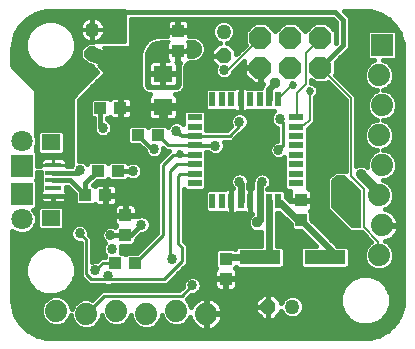
<source format=gtl>
G75*
%MOIN*%
%OFA0B0*%
%FSLAX25Y25*%
%IPPOS*%
%LPD*%
%AMOC8*
5,1,8,0,0,1.08239X$1,22.5*
%
%ADD10R,0.02200X0.05000*%
%ADD11R,0.05000X0.02200*%
%ADD12R,0.05315X0.01575*%
%ADD13R,0.06299X0.05512*%
%ADD14R,0.07480X0.07480*%
%ADD15C,0.07087*%
%ADD16R,0.03937X0.04331*%
%ADD17R,0.04331X0.03937*%
%ADD18C,0.07400*%
%ADD19R,0.07400X0.07400*%
%ADD20R,0.13780X0.04724*%
%ADD21OC8,0.07400*%
%ADD22OC8,0.05000*%
%ADD23C,0.05000*%
%ADD24C,0.03369*%
%ADD25C,0.01600*%
%ADD26C,0.00600*%
%ADD27C,0.01000*%
%ADD28OC8,0.03369*%
%ADD29OC8,0.04156*%
%ADD30C,0.03762*%
%ADD31C,0.03200*%
%ADD32C,0.05000*%
%ADD33C,0.05315*%
%ADD34C,0.02400*%
%ADD35C,0.01200*%
%ADD36C,0.04000*%
%ADD37C,0.04724*%
%ADD38C,0.02700*%
D10*
X0075776Y0069900D03*
X0078926Y0069900D03*
X0082076Y0069900D03*
X0085225Y0069900D03*
X0088375Y0069900D03*
X0091524Y0069900D03*
X0094674Y0069900D03*
X0097824Y0069900D03*
X0097824Y0103700D03*
X0094674Y0103700D03*
X0091524Y0103700D03*
X0088375Y0103700D03*
X0085225Y0103700D03*
X0082076Y0103700D03*
X0078926Y0103700D03*
X0075776Y0103700D03*
D11*
X0069900Y0097824D03*
X0069900Y0094674D03*
X0069900Y0091524D03*
X0069900Y0088375D03*
X0069900Y0085225D03*
X0069900Y0082076D03*
X0069900Y0078926D03*
X0069900Y0075776D03*
X0103700Y0075776D03*
X0103700Y0078926D03*
X0103700Y0082076D03*
X0103700Y0085225D03*
X0103700Y0088375D03*
X0103700Y0091524D03*
X0103700Y0094674D03*
X0103700Y0097824D03*
D12*
X0022831Y0081918D03*
X0022831Y0079359D03*
X0022831Y0076800D03*
X0022831Y0074241D03*
X0022831Y0071682D03*
D13*
X0021946Y0064202D03*
X0021946Y0089398D03*
X0059300Y0101288D03*
X0059300Y0112312D03*
D14*
X0012300Y0081524D03*
X0012300Y0072076D03*
D15*
X0012300Y0063808D03*
X0012300Y0089792D03*
D16*
X0046800Y0065146D03*
X0046800Y0058454D03*
X0080200Y0050646D03*
X0080200Y0043954D03*
X0105300Y0063454D03*
X0105300Y0070146D03*
X0064300Y0119854D03*
X0064300Y0126546D03*
D17*
X0045146Y0100800D03*
X0038454Y0100800D03*
X0050954Y0091800D03*
X0057646Y0091800D03*
X0044246Y0079900D03*
X0037554Y0079900D03*
X0040146Y0071800D03*
X0033454Y0071800D03*
X0043454Y0049300D03*
X0050146Y0049300D03*
D18*
X0043800Y0033300D03*
X0033800Y0032300D03*
X0023800Y0033300D03*
X0053800Y0032300D03*
X0063800Y0033300D03*
X0073800Y0032300D03*
X0131300Y0051800D03*
X0132300Y0061800D03*
X0131300Y0071800D03*
X0132300Y0081800D03*
X0131300Y0091800D03*
X0132300Y0101800D03*
X0131300Y0111800D03*
D19*
X0132300Y0121800D03*
D20*
X0113227Y0051100D03*
X0091573Y0051100D03*
D21*
X0091800Y0114300D03*
X0091800Y0124300D03*
X0101800Y0124300D03*
X0111800Y0124300D03*
X0111800Y0114300D03*
X0101800Y0114300D03*
D22*
X0079500Y0118300D03*
X0035700Y0119000D03*
X0094400Y0034600D03*
D23*
X0102400Y0034600D03*
X0079500Y0126300D03*
X0035700Y0127000D03*
D24*
X0031800Y0122800D03*
X0031800Y0131800D03*
X0044300Y0131800D03*
X0044300Y0124800D03*
X0034900Y0113700D03*
X0039300Y0094300D03*
X0031700Y0080200D03*
X0031500Y0063200D03*
X0031500Y0059100D03*
X0041800Y0058600D03*
X0042400Y0053900D03*
X0036800Y0046800D03*
X0041100Y0044700D03*
X0052100Y0062000D03*
X0062200Y0050500D03*
X0069100Y0041700D03*
X0068300Y0060300D03*
X0077500Y0063900D03*
X0067200Y0069900D03*
X0056000Y0077600D03*
X0049300Y0079900D03*
X0056300Y0087300D03*
X0063800Y0093300D03*
X0076800Y0088300D03*
X0079300Y0094800D03*
X0084800Y0096300D03*
X0096300Y0091300D03*
X0097800Y0086800D03*
X0097800Y0082300D03*
X0092300Y0076300D03*
X0084800Y0076300D03*
X0098300Y0097300D03*
X0110300Y0090300D03*
X0114300Y0086300D03*
X0110300Y0082800D03*
X0118300Y0082800D03*
X0125300Y0078800D03*
X0118300Y0090300D03*
X0079700Y0113500D03*
D25*
X0016940Y0025067D02*
X0014069Y0026724D01*
X0011724Y0029069D01*
X0010067Y0031940D01*
X0009209Y0035142D01*
X0009100Y0036800D01*
X0009100Y0060017D01*
X0009500Y0059617D01*
X0011317Y0058865D01*
X0013283Y0058865D01*
X0015100Y0059617D01*
X0016491Y0061008D01*
X0017243Y0062825D01*
X0017243Y0064791D01*
X0016491Y0066608D01*
X0016163Y0066935D01*
X0016620Y0066935D01*
X0017440Y0067756D01*
X0017440Y0076396D01*
X0017036Y0076800D01*
X0017440Y0077204D01*
X0017440Y0079400D01*
X0018774Y0079400D01*
X0018774Y0073615D01*
X0018734Y0073575D01*
X0018497Y0073164D01*
X0018374Y0072706D01*
X0018374Y0071682D01*
X0022831Y0071682D01*
X0022831Y0071682D01*
X0018374Y0071682D01*
X0018374Y0070658D01*
X0018497Y0070200D01*
X0018734Y0069789D01*
X0019069Y0069454D01*
X0019479Y0069217D01*
X0019937Y0069094D01*
X0022831Y0069094D01*
X0022831Y0071682D01*
X0022832Y0071682D01*
X0027289Y0071682D01*
X0027289Y0072706D01*
X0027166Y0073164D01*
X0026929Y0073575D01*
X0026889Y0073615D01*
X0026889Y0074600D01*
X0027542Y0074600D01*
X0029888Y0072254D01*
X0029888Y0069252D01*
X0030708Y0068431D01*
X0036199Y0068431D01*
X0036523Y0068756D01*
X0036541Y0068726D01*
X0036876Y0068391D01*
X0037286Y0068154D01*
X0037744Y0068031D01*
X0039962Y0068031D01*
X0039962Y0071616D01*
X0040331Y0071616D01*
X0040331Y0071984D01*
X0044112Y0071984D01*
X0044112Y0074005D01*
X0043989Y0074463D01*
X0043752Y0074874D01*
X0043417Y0075209D01*
X0043007Y0075446D01*
X0042549Y0075568D01*
X0040331Y0075568D01*
X0040331Y0071984D01*
X0039962Y0071984D01*
X0039962Y0075568D01*
X0037744Y0075568D01*
X0037286Y0075446D01*
X0036876Y0075209D01*
X0036541Y0074874D01*
X0036523Y0074844D01*
X0036199Y0075168D01*
X0035933Y0075168D01*
X0037296Y0076531D01*
X0040299Y0076531D01*
X0040900Y0077133D01*
X0041501Y0076531D01*
X0046992Y0076531D01*
X0047689Y0077229D01*
X0048686Y0076816D01*
X0049913Y0076816D01*
X0051047Y0077285D01*
X0051915Y0078153D01*
X0052384Y0079286D01*
X0052384Y0080513D01*
X0051915Y0081647D01*
X0051047Y0082515D01*
X0049913Y0082984D01*
X0048686Y0082984D01*
X0047689Y0082571D01*
X0046992Y0083268D01*
X0041501Y0083268D01*
X0040900Y0082667D01*
X0040299Y0083268D01*
X0034808Y0083268D01*
X0033988Y0082448D01*
X0033988Y0082274D01*
X0033447Y0082815D01*
X0032313Y0083284D01*
X0031200Y0083284D01*
X0031200Y0103513D01*
X0048700Y0121013D01*
X0048700Y0130600D01*
X0115889Y0130600D01*
X0117100Y0129389D01*
X0117100Y0122711D01*
X0116900Y0122511D01*
X0116900Y0126412D01*
X0113912Y0129400D01*
X0109688Y0129400D01*
X0106800Y0126512D01*
X0103912Y0129400D01*
X0099688Y0129400D01*
X0096800Y0126512D01*
X0093912Y0129400D01*
X0089688Y0129400D01*
X0086700Y0126412D01*
X0086700Y0122188D01*
X0086992Y0121896D01*
X0083800Y0118704D01*
X0083800Y0120081D01*
X0081281Y0122600D01*
X0080759Y0122600D01*
X0081709Y0122994D01*
X0082806Y0124091D01*
X0083400Y0125524D01*
X0083400Y0127076D01*
X0082806Y0128509D01*
X0081709Y0129606D01*
X0080276Y0130200D01*
X0078724Y0130200D01*
X0077291Y0129606D01*
X0076194Y0128509D01*
X0075600Y0127076D01*
X0075600Y0125524D01*
X0076194Y0124091D01*
X0077291Y0122994D01*
X0078241Y0122600D01*
X0077719Y0122600D01*
X0075200Y0120081D01*
X0075200Y0118300D01*
X0079500Y0118300D01*
X0079500Y0118300D01*
X0075200Y0118300D01*
X0075200Y0116519D01*
X0076906Y0114813D01*
X0076616Y0114113D01*
X0076616Y0112886D01*
X0077085Y0111753D01*
X0077953Y0110885D01*
X0079086Y0110416D01*
X0080313Y0110416D01*
X0081447Y0110885D01*
X0082315Y0111753D01*
X0082780Y0112876D01*
X0086300Y0116396D01*
X0086300Y0114500D01*
X0091600Y0114500D01*
X0091600Y0114100D01*
X0092000Y0114100D01*
X0092000Y0108800D01*
X0092623Y0108800D01*
X0092470Y0108647D01*
X0092074Y0107691D01*
X0092074Y0107600D01*
X0087471Y0107600D01*
X0087430Y0107640D01*
X0087020Y0107877D01*
X0086562Y0108000D01*
X0085225Y0108000D01*
X0083888Y0108000D01*
X0083430Y0107877D01*
X0083020Y0107640D01*
X0082980Y0107600D01*
X0074096Y0107600D01*
X0073276Y0106780D01*
X0073276Y0100620D01*
X0074096Y0099800D01*
X0082980Y0099800D01*
X0083020Y0099760D01*
X0083430Y0099523D01*
X0083888Y0099400D01*
X0085225Y0099400D01*
X0085225Y0103700D01*
X0085225Y0103700D01*
X0085225Y0108000D01*
X0085225Y0103700D01*
X0085225Y0103700D01*
X0085225Y0099400D01*
X0086562Y0099400D01*
X0087020Y0099523D01*
X0087430Y0099760D01*
X0087471Y0099800D01*
X0096438Y0099800D01*
X0095685Y0099047D01*
X0095216Y0097913D01*
X0095216Y0096686D01*
X0095685Y0095553D01*
X0096553Y0094685D01*
X0097400Y0094334D01*
X0097400Y0089884D01*
X0097186Y0089884D01*
X0096053Y0089415D01*
X0095185Y0088547D01*
X0094716Y0087413D01*
X0094716Y0086186D01*
X0095185Y0085053D01*
X0096053Y0084185D01*
X0097186Y0083716D01*
X0098413Y0083716D01*
X0099547Y0084185D01*
X0099800Y0084438D01*
X0099800Y0074096D01*
X0100620Y0073276D01*
X0101810Y0073276D01*
X0101654Y0073007D01*
X0101531Y0072549D01*
X0101531Y0070331D01*
X0105116Y0070331D01*
X0105116Y0069962D01*
X0101531Y0069962D01*
X0101531Y0069869D01*
X0100324Y0071077D01*
X0100324Y0072980D01*
X0099504Y0073800D01*
X0094162Y0073800D01*
X0094915Y0074553D01*
X0095384Y0075686D01*
X0095384Y0076913D01*
X0094915Y0078047D01*
X0094047Y0078915D01*
X0092913Y0079384D01*
X0091686Y0079384D01*
X0090553Y0078915D01*
X0089685Y0078047D01*
X0089216Y0076913D01*
X0089216Y0076745D01*
X0088924Y0076042D01*
X0088924Y0074200D01*
X0088375Y0074200D01*
X0088375Y0069900D01*
X0088375Y0069900D01*
X0088375Y0065600D01*
X0088900Y0065600D01*
X0088900Y0065440D01*
X0088018Y0064559D01*
X0087519Y0063353D01*
X0087519Y0062047D01*
X0088018Y0060841D01*
X0088941Y0059918D01*
X0090147Y0059419D01*
X0091453Y0059419D01*
X0092074Y0059676D01*
X0092074Y0054862D01*
X0084104Y0054862D01*
X0083283Y0054042D01*
X0083283Y0053700D01*
X0083260Y0053700D01*
X0082748Y0054212D01*
X0077652Y0054212D01*
X0076831Y0053392D01*
X0076831Y0047901D01*
X0077156Y0047577D01*
X0077126Y0047559D01*
X0076791Y0047224D01*
X0076554Y0046814D01*
X0076431Y0046356D01*
X0076431Y0044138D01*
X0080016Y0044138D01*
X0080016Y0043769D01*
X0080384Y0043769D01*
X0080384Y0039988D01*
X0082405Y0039988D01*
X0082863Y0040111D01*
X0083274Y0040348D01*
X0083609Y0040683D01*
X0083846Y0041093D01*
X0083968Y0041551D01*
X0083968Y0043769D01*
X0080384Y0043769D01*
X0080384Y0044138D01*
X0083968Y0044138D01*
X0083968Y0046356D01*
X0083846Y0046814D01*
X0083609Y0047224D01*
X0083274Y0047559D01*
X0083244Y0047577D01*
X0083554Y0047887D01*
X0084104Y0047338D01*
X0099043Y0047338D01*
X0099863Y0048158D01*
X0099863Y0054042D01*
X0099043Y0054862D01*
X0097274Y0054862D01*
X0097274Y0066000D01*
X0098047Y0066000D01*
X0101931Y0062115D01*
X0101931Y0060708D01*
X0102752Y0059888D01*
X0105188Y0059888D01*
X0110214Y0054862D01*
X0105757Y0054862D01*
X0104937Y0054042D01*
X0104937Y0048158D01*
X0105757Y0047338D01*
X0120696Y0047338D01*
X0121517Y0048158D01*
X0121517Y0054042D01*
X0120696Y0054862D01*
X0117488Y0054862D01*
X0117431Y0055000D01*
X0117340Y0055091D01*
X0117279Y0055204D01*
X0116977Y0055454D01*
X0108668Y0063762D01*
X0108668Y0066199D01*
X0108344Y0066523D01*
X0108374Y0066541D01*
X0108709Y0066876D01*
X0108946Y0067286D01*
X0109068Y0067744D01*
X0109068Y0069962D01*
X0105484Y0069962D01*
X0105484Y0070331D01*
X0109068Y0070331D01*
X0109068Y0072549D01*
X0108946Y0073007D01*
X0108709Y0073417D01*
X0108374Y0073752D01*
X0107963Y0073989D01*
X0107592Y0074089D01*
X0107600Y0074096D01*
X0107600Y0093996D01*
X0108904Y0095300D01*
X0109900Y0096296D01*
X0109900Y0104411D01*
X0110531Y0105042D01*
X0110950Y0106053D01*
X0110950Y0107147D01*
X0110531Y0108158D01*
X0109758Y0108931D01*
X0108747Y0109350D01*
X0108700Y0109350D01*
X0108700Y0110188D01*
X0109688Y0109200D01*
X0113912Y0109200D01*
X0114254Y0109542D01*
X0120300Y0103496D01*
X0120300Y0080023D01*
X0119763Y0080000D01*
X0116596Y0080000D01*
X0115600Y0079004D01*
X0115096Y0078500D01*
X0115096Y0078500D01*
X0114100Y0077504D01*
X0114100Y0067096D01*
X0115096Y0066100D01*
X0121596Y0059600D01*
X0125544Y0059600D01*
X0128607Y0056205D01*
X0128411Y0056124D01*
X0126976Y0054689D01*
X0126200Y0052814D01*
X0126200Y0050786D01*
X0126976Y0048911D01*
X0128411Y0047476D01*
X0130286Y0046700D01*
X0132314Y0046700D01*
X0134189Y0047476D01*
X0135624Y0048911D01*
X0136400Y0050786D01*
X0136400Y0052814D01*
X0135624Y0054689D01*
X0134189Y0056124D01*
X0133478Y0056418D01*
X0133588Y0056435D01*
X0134411Y0056703D01*
X0135183Y0057096D01*
X0135883Y0057605D01*
X0136495Y0058217D01*
X0137004Y0058917D01*
X0137397Y0059689D01*
X0137665Y0060512D01*
X0137800Y0061367D01*
X0137800Y0061600D01*
X0132500Y0061600D01*
X0132500Y0062000D01*
X0137800Y0062000D01*
X0137800Y0062233D01*
X0137665Y0063088D01*
X0137397Y0063911D01*
X0137004Y0064683D01*
X0136495Y0065383D01*
X0135883Y0065995D01*
X0135183Y0066504D01*
X0134411Y0066897D01*
X0133588Y0067165D01*
X0133478Y0067182D01*
X0134189Y0067476D01*
X0135624Y0068911D01*
X0136400Y0070786D01*
X0136400Y0072814D01*
X0135624Y0074689D01*
X0134189Y0076124D01*
X0132797Y0076700D01*
X0133314Y0076700D01*
X0135189Y0077476D01*
X0136624Y0078911D01*
X0137400Y0080786D01*
X0137400Y0082814D01*
X0136624Y0084689D01*
X0135189Y0086124D01*
X0133314Y0086900D01*
X0132797Y0086900D01*
X0134189Y0087476D01*
X0135624Y0088911D01*
X0136400Y0090786D01*
X0136400Y0092814D01*
X0135624Y0094689D01*
X0134189Y0096124D01*
X0132797Y0096700D01*
X0133314Y0096700D01*
X0135189Y0097476D01*
X0136624Y0098911D01*
X0137400Y0100786D01*
X0137400Y0102814D01*
X0136624Y0104689D01*
X0135189Y0106124D01*
X0133314Y0106900D01*
X0132797Y0106900D01*
X0134189Y0107476D01*
X0135624Y0108911D01*
X0136400Y0110786D01*
X0136400Y0112814D01*
X0135624Y0114689D01*
X0134189Y0116124D01*
X0132797Y0116700D01*
X0136580Y0116700D01*
X0137400Y0117520D01*
X0137400Y0126080D01*
X0136580Y0126900D01*
X0128020Y0126900D01*
X0127200Y0126080D01*
X0127200Y0117520D01*
X0128020Y0116700D01*
X0129803Y0116700D01*
X0128411Y0116124D01*
X0126976Y0114689D01*
X0126200Y0112814D01*
X0126200Y0110786D01*
X0126976Y0108911D01*
X0128411Y0107476D01*
X0130286Y0106700D01*
X0130803Y0106700D01*
X0129411Y0106124D01*
X0127976Y0104689D01*
X0127200Y0102814D01*
X0127200Y0100786D01*
X0127976Y0098911D01*
X0129411Y0097476D01*
X0130803Y0096900D01*
X0130286Y0096900D01*
X0128411Y0096124D01*
X0126976Y0094689D01*
X0126200Y0092814D01*
X0126200Y0090786D01*
X0126976Y0088911D01*
X0128411Y0087476D01*
X0130286Y0086700D01*
X0130803Y0086700D01*
X0129411Y0086124D01*
X0127976Y0084689D01*
X0127200Y0082814D01*
X0127200Y0081262D01*
X0127047Y0081415D01*
X0125913Y0081884D01*
X0124686Y0081884D01*
X0123700Y0081476D01*
X0123700Y0104904D01*
X0122704Y0105900D01*
X0116658Y0111946D01*
X0116900Y0112188D01*
X0116900Y0116289D01*
X0120211Y0119600D01*
X0121500Y0120889D01*
X0121500Y0131211D01*
X0119510Y0133201D01*
X0126721Y0133201D01*
X0128379Y0133092D01*
X0131581Y0132234D01*
X0134453Y0130576D01*
X0136797Y0128232D01*
X0138455Y0125361D01*
X0139313Y0122158D01*
X0139421Y0120501D01*
X0139421Y0036800D01*
X0139313Y0035142D01*
X0138455Y0031940D01*
X0136797Y0029069D01*
X0134453Y0026724D01*
X0131581Y0025067D01*
X0128379Y0024209D01*
X0126721Y0024100D01*
X0021800Y0024100D01*
X0020142Y0024209D01*
X0016940Y0025067D01*
X0017200Y0024997D02*
X0131321Y0024997D01*
X0134229Y0026596D02*
X0014292Y0026596D01*
X0012599Y0028194D02*
X0030693Y0028194D01*
X0030911Y0027976D02*
X0029476Y0029411D01*
X0028700Y0031286D01*
X0028700Y0031803D01*
X0028124Y0030411D01*
X0026689Y0028976D01*
X0024814Y0028200D01*
X0022786Y0028200D01*
X0020911Y0028976D01*
X0019476Y0030411D01*
X0018700Y0032286D01*
X0018700Y0034314D01*
X0019476Y0036189D01*
X0020911Y0037624D01*
X0022780Y0038398D01*
X0020129Y0038398D01*
X0017040Y0039677D01*
X0014677Y0042040D01*
X0013398Y0045129D01*
X0013398Y0048471D01*
X0014677Y0051560D01*
X0017040Y0053923D01*
X0020129Y0055202D01*
X0023471Y0055202D01*
X0026560Y0053923D01*
X0028923Y0051560D01*
X0030202Y0048471D01*
X0030202Y0045129D01*
X0028923Y0042040D01*
X0026560Y0039677D01*
X0023477Y0038400D01*
X0024814Y0038400D01*
X0026689Y0037624D01*
X0028124Y0036189D01*
X0028900Y0034314D01*
X0028900Y0033797D01*
X0029476Y0035189D01*
X0030911Y0036624D01*
X0032786Y0037400D01*
X0034814Y0037400D01*
X0035803Y0036990D01*
X0037800Y0038987D01*
X0038913Y0040100D01*
X0064813Y0040100D01*
X0066016Y0041303D01*
X0066016Y0042313D01*
X0066485Y0043447D01*
X0067353Y0044315D01*
X0068486Y0044784D01*
X0069713Y0044784D01*
X0070847Y0044315D01*
X0071715Y0043447D01*
X0072184Y0042313D01*
X0072184Y0041086D01*
X0071715Y0039953D01*
X0070847Y0039085D01*
X0069713Y0038616D01*
X0068703Y0038616D01*
X0067200Y0037113D01*
X0068124Y0036189D01*
X0068790Y0034581D01*
X0069096Y0035183D01*
X0069605Y0035883D01*
X0070217Y0036495D01*
X0070917Y0037004D01*
X0071689Y0037397D01*
X0072512Y0037665D01*
X0073367Y0037800D01*
X0073600Y0037800D01*
X0073600Y0032500D01*
X0074000Y0032500D01*
X0074000Y0037800D01*
X0074233Y0037800D01*
X0075088Y0037665D01*
X0075911Y0037397D01*
X0076683Y0037004D01*
X0077383Y0036495D01*
X0077995Y0035883D01*
X0078504Y0035183D01*
X0078897Y0034411D01*
X0079165Y0033588D01*
X0079300Y0032733D01*
X0079300Y0032500D01*
X0074000Y0032500D01*
X0074000Y0032100D01*
X0079300Y0032100D01*
X0079300Y0031867D01*
X0079165Y0031012D01*
X0078897Y0030189D01*
X0078504Y0029417D01*
X0077995Y0028717D01*
X0077383Y0028105D01*
X0076683Y0027596D01*
X0075911Y0027203D01*
X0075088Y0026935D01*
X0074233Y0026800D01*
X0074000Y0026800D01*
X0074000Y0032100D01*
X0073600Y0032100D01*
X0073600Y0026800D01*
X0073367Y0026800D01*
X0072512Y0026935D01*
X0071689Y0027203D01*
X0070917Y0027596D01*
X0070217Y0028105D01*
X0069605Y0028717D01*
X0069096Y0029417D01*
X0068703Y0030189D01*
X0068435Y0031012D01*
X0068418Y0031122D01*
X0068124Y0030411D01*
X0066689Y0028976D01*
X0064814Y0028200D01*
X0062786Y0028200D01*
X0060911Y0028976D01*
X0059476Y0030411D01*
X0058900Y0031803D01*
X0058900Y0031286D01*
X0058124Y0029411D01*
X0056689Y0027976D01*
X0054814Y0027200D01*
X0052786Y0027200D01*
X0050911Y0027976D01*
X0049476Y0029411D01*
X0048700Y0031286D01*
X0048700Y0031803D01*
X0048124Y0030411D01*
X0046689Y0028976D01*
X0044814Y0028200D01*
X0042786Y0028200D01*
X0040911Y0028976D01*
X0039476Y0030411D01*
X0038900Y0031803D01*
X0038900Y0031286D01*
X0038124Y0029411D01*
X0036689Y0027976D01*
X0034814Y0027200D01*
X0032786Y0027200D01*
X0030911Y0027976D01*
X0029318Y0029793D02*
X0027505Y0029793D01*
X0028529Y0031391D02*
X0028700Y0031391D01*
X0028787Y0034588D02*
X0029228Y0034588D01*
X0028125Y0036187D02*
X0030474Y0036187D01*
X0026299Y0037785D02*
X0036598Y0037785D01*
X0038197Y0039384D02*
X0025852Y0039384D01*
X0027865Y0040982D02*
X0065695Y0040982D01*
X0066126Y0042581D02*
X0061268Y0042581D01*
X0061700Y0043013D02*
X0060587Y0041900D01*
X0042400Y0041900D01*
X0041713Y0041616D01*
X0040486Y0041616D01*
X0039800Y0041900D01*
X0034613Y0041900D01*
X0033013Y0043500D01*
X0031900Y0044613D01*
X0031900Y0056013D01*
X0031897Y0056016D01*
X0030886Y0056016D01*
X0029753Y0056485D01*
X0028885Y0057353D01*
X0028416Y0058486D01*
X0028416Y0059713D01*
X0028885Y0060847D01*
X0029753Y0061715D01*
X0030886Y0062184D01*
X0032113Y0062184D01*
X0033247Y0061715D01*
X0034115Y0060847D01*
X0034584Y0059713D01*
X0034584Y0058703D01*
X0035700Y0057587D01*
X0035700Y0049683D01*
X0036186Y0049884D01*
X0037197Y0049884D01*
X0037400Y0050087D01*
X0038513Y0051200D01*
X0039888Y0051200D01*
X0039888Y0051848D01*
X0039989Y0051949D01*
X0039785Y0052153D01*
X0039316Y0053286D01*
X0039316Y0054513D01*
X0039785Y0055647D01*
X0040103Y0055965D01*
X0040053Y0055985D01*
X0039185Y0056853D01*
X0038716Y0057986D01*
X0038716Y0059213D01*
X0039185Y0060347D01*
X0040053Y0061215D01*
X0041186Y0061684D01*
X0042413Y0061684D01*
X0043477Y0061244D01*
X0043756Y0061523D01*
X0043726Y0061541D01*
X0043391Y0061876D01*
X0043154Y0062286D01*
X0043031Y0062744D01*
X0043031Y0064962D01*
X0046616Y0064962D01*
X0046616Y0065331D01*
X0046616Y0069112D01*
X0044595Y0069112D01*
X0044137Y0068989D01*
X0043788Y0068788D01*
X0043989Y0069137D01*
X0044112Y0069595D01*
X0044112Y0071616D01*
X0040331Y0071616D01*
X0040331Y0068031D01*
X0042549Y0068031D01*
X0043007Y0068154D01*
X0043356Y0068356D01*
X0043154Y0068007D01*
X0043031Y0067549D01*
X0043031Y0065331D01*
X0046616Y0065331D01*
X0046984Y0065331D01*
X0046984Y0069112D01*
X0049005Y0069112D01*
X0049463Y0068989D01*
X0049874Y0068752D01*
X0050209Y0068417D01*
X0050446Y0068007D01*
X0050568Y0067549D01*
X0050568Y0065331D01*
X0046984Y0065331D01*
X0046984Y0064962D01*
X0050568Y0064962D01*
X0050568Y0064704D01*
X0051486Y0065084D01*
X0052713Y0065084D01*
X0053847Y0064615D01*
X0054715Y0063747D01*
X0055184Y0062613D01*
X0055184Y0061386D01*
X0054715Y0060253D01*
X0053847Y0059385D01*
X0052713Y0058916D01*
X0052127Y0058916D01*
X0050754Y0057542D01*
X0050754Y0057542D01*
X0050168Y0056957D01*
X0050168Y0055708D01*
X0049348Y0054888D01*
X0045329Y0054888D01*
X0045484Y0054513D01*
X0045484Y0053286D01*
X0045228Y0052668D01*
X0046199Y0052668D01*
X0046800Y0052067D01*
X0047401Y0052668D01*
X0050828Y0052668D01*
X0057400Y0059241D01*
X0057400Y0082587D01*
X0058513Y0083700D01*
X0058513Y0083700D01*
X0060825Y0086012D01*
X0060825Y0086012D01*
X0061288Y0086475D01*
X0060285Y0086475D01*
X0059384Y0087375D01*
X0059384Y0086686D01*
X0058915Y0085553D01*
X0058047Y0084685D01*
X0056913Y0084216D01*
X0055686Y0084216D01*
X0054553Y0084685D01*
X0053685Y0085553D01*
X0053216Y0086686D01*
X0053216Y0086709D01*
X0051494Y0088431D01*
X0048208Y0088431D01*
X0047388Y0089252D01*
X0047388Y0094348D01*
X0048208Y0095168D01*
X0053699Y0095168D01*
X0054300Y0094567D01*
X0054901Y0095168D01*
X0060392Y0095168D01*
X0060988Y0094572D01*
X0061185Y0095047D01*
X0062053Y0095915D01*
X0063186Y0096384D01*
X0064413Y0096384D01*
X0065547Y0095915D01*
X0066000Y0095462D01*
X0066000Y0099504D01*
X0066820Y0100324D01*
X0072980Y0100324D01*
X0073800Y0099504D01*
X0073800Y0093424D01*
X0080737Y0093424D01*
X0082092Y0094779D01*
X0081716Y0095686D01*
X0081716Y0096913D01*
X0082185Y0098047D01*
X0083053Y0098915D01*
X0084186Y0099384D01*
X0085413Y0099384D01*
X0086547Y0098915D01*
X0087415Y0098047D01*
X0087884Y0096913D01*
X0087884Y0095686D01*
X0087415Y0094553D01*
X0086547Y0093685D01*
X0086249Y0093562D01*
X0083424Y0090737D01*
X0082311Y0089624D01*
X0079590Y0089624D01*
X0079884Y0088913D01*
X0079884Y0087686D01*
X0079415Y0086553D01*
X0078547Y0085685D01*
X0077413Y0085216D01*
X0076186Y0085216D01*
X0075053Y0085685D01*
X0074438Y0086300D01*
X0073800Y0086300D01*
X0073800Y0074096D01*
X0072980Y0073276D01*
X0066820Y0073276D01*
X0066200Y0073896D01*
X0066200Y0056587D01*
X0066587Y0056200D01*
X0067700Y0055087D01*
X0067700Y0049013D01*
X0061700Y0043013D01*
X0062866Y0044179D02*
X0067217Y0044179D01*
X0064465Y0045778D02*
X0076431Y0045778D01*
X0076431Y0044179D02*
X0070983Y0044179D01*
X0072074Y0042581D02*
X0076431Y0042581D01*
X0076431Y0041551D02*
X0076554Y0041093D01*
X0076791Y0040683D01*
X0077126Y0040348D01*
X0077537Y0040111D01*
X0077995Y0039988D01*
X0080016Y0039988D01*
X0080016Y0043769D01*
X0076431Y0043769D01*
X0076431Y0041551D01*
X0076618Y0040982D02*
X0072141Y0040982D01*
X0071145Y0039384D02*
X0118776Y0039384D01*
X0118398Y0038471D02*
X0118398Y0035129D01*
X0119677Y0032040D01*
X0122040Y0029677D01*
X0125129Y0028398D01*
X0128471Y0028398D01*
X0131560Y0029677D01*
X0133923Y0032040D01*
X0135202Y0035129D01*
X0135202Y0038471D01*
X0133923Y0041560D01*
X0131560Y0043923D01*
X0128471Y0045202D01*
X0125129Y0045202D01*
X0122040Y0043923D01*
X0119677Y0041560D01*
X0118398Y0038471D01*
X0118398Y0037785D02*
X0104730Y0037785D01*
X0104609Y0037906D02*
X0103176Y0038500D01*
X0101624Y0038500D01*
X0100191Y0037906D01*
X0099094Y0036809D01*
X0098700Y0035859D01*
X0098700Y0036381D01*
X0096181Y0038900D01*
X0094400Y0038900D01*
X0094400Y0034600D01*
X0094400Y0034600D01*
X0094400Y0030300D01*
X0096181Y0030300D01*
X0098700Y0032819D01*
X0098700Y0033341D01*
X0099094Y0032391D01*
X0100191Y0031294D01*
X0101624Y0030700D01*
X0103176Y0030700D01*
X0104609Y0031294D01*
X0105706Y0032391D01*
X0106300Y0033824D01*
X0106300Y0035376D01*
X0105706Y0036809D01*
X0104609Y0037906D01*
X0105964Y0036187D02*
X0118398Y0036187D01*
X0118622Y0034588D02*
X0106300Y0034588D01*
X0105954Y0032990D02*
X0119284Y0032990D01*
X0120326Y0031391D02*
X0104706Y0031391D01*
X0100093Y0031391D02*
X0097272Y0031391D01*
X0098700Y0032990D02*
X0098846Y0032990D01*
X0098836Y0036187D02*
X0098700Y0036187D01*
X0100070Y0037785D02*
X0097296Y0037785D01*
X0094400Y0037785D02*
X0094400Y0037785D01*
X0094400Y0038900D02*
X0092619Y0038900D01*
X0090100Y0036381D01*
X0090100Y0034600D01*
X0094400Y0034600D01*
X0094400Y0034600D01*
X0094400Y0034600D01*
X0094400Y0038900D01*
X0094400Y0036187D02*
X0094400Y0036187D01*
X0094400Y0034600D02*
X0090100Y0034600D01*
X0090100Y0032819D01*
X0092619Y0030300D01*
X0094400Y0030300D01*
X0094400Y0034600D01*
X0094400Y0034588D02*
X0094400Y0034588D01*
X0094400Y0032990D02*
X0094400Y0032990D01*
X0094400Y0031391D02*
X0094400Y0031391D01*
X0091528Y0031391D02*
X0079225Y0031391D01*
X0079259Y0032990D02*
X0090100Y0032990D01*
X0090100Y0034588D02*
X0078807Y0034588D01*
X0077692Y0036187D02*
X0090100Y0036187D01*
X0091504Y0037785D02*
X0074327Y0037785D01*
X0074000Y0037785D02*
X0073600Y0037785D01*
X0073273Y0037785D02*
X0067872Y0037785D01*
X0068125Y0036187D02*
X0069908Y0036187D01*
X0068793Y0034588D02*
X0068787Y0034588D01*
X0068905Y0029793D02*
X0067505Y0029793D01*
X0070128Y0028194D02*
X0056907Y0028194D01*
X0058282Y0029793D02*
X0060095Y0029793D01*
X0059070Y0031391D02*
X0058900Y0031391D01*
X0050693Y0028194D02*
X0036907Y0028194D01*
X0038282Y0029793D02*
X0040095Y0029793D01*
X0039070Y0031391D02*
X0038900Y0031391D01*
X0047505Y0029793D02*
X0049318Y0029793D01*
X0048700Y0031391D02*
X0048529Y0031391D01*
X0033932Y0042581D02*
X0029147Y0042581D01*
X0029809Y0044179D02*
X0032334Y0044179D01*
X0031900Y0045778D02*
X0030202Y0045778D01*
X0030202Y0047376D02*
X0031900Y0047376D01*
X0031900Y0048975D02*
X0029994Y0048975D01*
X0029332Y0050573D02*
X0031900Y0050573D01*
X0031900Y0052172D02*
X0028311Y0052172D01*
X0026712Y0053770D02*
X0031900Y0053770D01*
X0031900Y0055369D02*
X0009100Y0055369D01*
X0009100Y0056967D02*
X0029271Y0056967D01*
X0028416Y0058566D02*
X0009100Y0058566D01*
X0009100Y0053770D02*
X0016888Y0053770D01*
X0015289Y0052172D02*
X0009100Y0052172D01*
X0009100Y0050573D02*
X0014268Y0050573D01*
X0013606Y0048975D02*
X0009100Y0048975D01*
X0009100Y0047376D02*
X0013398Y0047376D01*
X0013398Y0045778D02*
X0009100Y0045778D01*
X0009100Y0044179D02*
X0013791Y0044179D01*
X0014453Y0042581D02*
X0009100Y0042581D01*
X0009100Y0040982D02*
X0015735Y0040982D01*
X0017748Y0039384D02*
X0009100Y0039384D01*
X0009100Y0037785D02*
X0021301Y0037785D01*
X0019475Y0036187D02*
X0009140Y0036187D01*
X0009357Y0034588D02*
X0018813Y0034588D01*
X0018700Y0032990D02*
X0009785Y0032990D01*
X0010384Y0031391D02*
X0019070Y0031391D01*
X0020095Y0029793D02*
X0011306Y0029793D01*
X0035700Y0050573D02*
X0037886Y0050573D01*
X0039777Y0052172D02*
X0035700Y0052172D01*
X0035700Y0053770D02*
X0039316Y0053770D01*
X0039670Y0055369D02*
X0035700Y0055369D01*
X0035700Y0056967D02*
X0039138Y0056967D01*
X0038716Y0058566D02*
X0034721Y0058566D01*
X0034398Y0060164D02*
X0039110Y0060164D01*
X0041800Y0058600D02*
X0046546Y0058600D01*
X0046746Y0058400D01*
X0046800Y0058454D02*
X0048554Y0058454D01*
X0052100Y0062000D01*
X0054874Y0063361D02*
X0057400Y0063361D01*
X0057400Y0061763D02*
X0055184Y0061763D01*
X0054626Y0060164D02*
X0057400Y0060164D01*
X0056725Y0058566D02*
X0051777Y0058566D01*
X0050179Y0056967D02*
X0055127Y0056967D01*
X0053528Y0055369D02*
X0049829Y0055369D01*
X0051930Y0053770D02*
X0045484Y0053770D01*
X0046696Y0052172D02*
X0046904Y0052172D01*
X0043504Y0061763D02*
X0033131Y0061763D01*
X0029869Y0061763D02*
X0026495Y0061763D01*
X0026495Y0060866D02*
X0025675Y0060046D01*
X0018216Y0060046D01*
X0017396Y0060866D01*
X0017396Y0067537D01*
X0018216Y0068357D01*
X0025675Y0068357D01*
X0026495Y0067537D01*
X0026495Y0060866D01*
X0025794Y0060164D02*
X0028602Y0060164D01*
X0026495Y0063361D02*
X0043031Y0063361D01*
X0043031Y0064960D02*
X0026495Y0064960D01*
X0026495Y0066558D02*
X0043031Y0066558D01*
X0043011Y0068157D02*
X0043241Y0068157D01*
X0044112Y0069755D02*
X0057400Y0069755D01*
X0057400Y0068157D02*
X0050359Y0068157D01*
X0050568Y0066558D02*
X0057400Y0066558D01*
X0057400Y0064960D02*
X0053014Y0064960D01*
X0051186Y0064960D02*
X0050568Y0064960D01*
X0046984Y0066558D02*
X0046616Y0066558D01*
X0046616Y0068157D02*
X0046984Y0068157D01*
X0044112Y0071354D02*
X0057400Y0071354D01*
X0057400Y0072952D02*
X0044112Y0072952D01*
X0043939Y0074551D02*
X0057400Y0074551D01*
X0057400Y0076149D02*
X0036914Y0076149D01*
X0039962Y0074551D02*
X0040331Y0074551D01*
X0040331Y0072952D02*
X0039962Y0072952D01*
X0039962Y0071354D02*
X0040331Y0071354D01*
X0040331Y0069755D02*
X0039962Y0069755D01*
X0039962Y0068157D02*
X0040331Y0068157D01*
X0037282Y0068157D02*
X0025876Y0068157D01*
X0025726Y0069094D02*
X0026184Y0069217D01*
X0026594Y0069454D01*
X0026929Y0069789D01*
X0027166Y0070200D01*
X0027289Y0070658D01*
X0027289Y0071682D01*
X0022832Y0071682D01*
X0022832Y0071682D01*
X0022832Y0069094D01*
X0025726Y0069094D01*
X0026895Y0069755D02*
X0029888Y0069755D01*
X0029888Y0071354D02*
X0027289Y0071354D01*
X0027223Y0072952D02*
X0029190Y0072952D01*
X0027591Y0074551D02*
X0026889Y0074551D01*
X0028454Y0076800D02*
X0033454Y0071800D01*
X0033454Y0075800D01*
X0037554Y0079900D01*
X0034083Y0082543D02*
X0033718Y0082543D01*
X0031200Y0084142D02*
X0058955Y0084142D01*
X0058992Y0085740D02*
X0060553Y0085740D01*
X0059420Y0087339D02*
X0059384Y0087339D01*
X0057400Y0082543D02*
X0050978Y0082543D01*
X0052206Y0080945D02*
X0057400Y0080945D01*
X0057400Y0079346D02*
X0052384Y0079346D01*
X0051510Y0077748D02*
X0057400Y0077748D01*
X0049300Y0079900D02*
X0044246Y0079900D01*
X0047702Y0088937D02*
X0031200Y0088937D01*
X0031200Y0087339D02*
X0052586Y0087339D01*
X0053608Y0085740D02*
X0031200Y0085740D01*
X0031200Y0090536D02*
X0047388Y0090536D01*
X0047388Y0092134D02*
X0041496Y0092134D01*
X0041915Y0092553D02*
X0042384Y0093686D01*
X0042384Y0094913D01*
X0041915Y0096047D01*
X0041047Y0096915D01*
X0040654Y0097078D01*
X0040654Y0097431D01*
X0041199Y0097431D01*
X0041523Y0097756D01*
X0041541Y0097726D01*
X0041876Y0097391D01*
X0042286Y0097154D01*
X0042744Y0097031D01*
X0044962Y0097031D01*
X0044962Y0100616D01*
X0045331Y0100616D01*
X0045331Y0100984D01*
X0049112Y0100984D01*
X0049112Y0103005D01*
X0048989Y0103463D01*
X0048752Y0103874D01*
X0048417Y0104209D01*
X0048007Y0104446D01*
X0047549Y0104568D01*
X0045331Y0104568D01*
X0045331Y0100984D01*
X0044962Y0100984D01*
X0044962Y0104568D01*
X0042744Y0104568D01*
X0042286Y0104446D01*
X0041876Y0104209D01*
X0041541Y0103874D01*
X0041523Y0103844D01*
X0041199Y0104168D01*
X0035708Y0104168D01*
X0034888Y0103348D01*
X0034888Y0098252D01*
X0035708Y0097431D01*
X0036254Y0097431D01*
X0036254Y0095005D01*
X0036216Y0094913D01*
X0036216Y0093686D01*
X0036685Y0092553D01*
X0037553Y0091685D01*
X0038686Y0091216D01*
X0039913Y0091216D01*
X0041047Y0091685D01*
X0041915Y0092553D01*
X0042384Y0093733D02*
X0047388Y0093733D01*
X0047549Y0097031D02*
X0045331Y0097031D01*
X0045331Y0100616D01*
X0049112Y0100616D01*
X0049112Y0098595D01*
X0048989Y0098137D01*
X0048752Y0097726D01*
X0048417Y0097391D01*
X0048007Y0097154D01*
X0047549Y0097031D01*
X0049094Y0098529D02*
X0054350Y0098529D01*
X0054350Y0098295D02*
X0054473Y0097837D01*
X0054710Y0097427D01*
X0055045Y0097092D01*
X0055456Y0096855D01*
X0055913Y0096732D01*
X0058722Y0096732D01*
X0058722Y0100710D01*
X0059878Y0100710D01*
X0059878Y0096732D01*
X0062687Y0096732D01*
X0063144Y0096855D01*
X0063555Y0097092D01*
X0063890Y0097427D01*
X0064127Y0097837D01*
X0064250Y0098295D01*
X0064250Y0100710D01*
X0059878Y0100710D01*
X0059878Y0101866D01*
X0064250Y0101866D01*
X0064250Y0104281D01*
X0064127Y0104739D01*
X0063890Y0105149D01*
X0063555Y0105484D01*
X0063420Y0105562D01*
X0063597Y0105582D01*
X0063813Y0105478D01*
X0064161Y0105600D01*
X0064437Y0105600D01*
X0064453Y0105616D01*
X0064537Y0105596D01*
X0064714Y0105708D01*
X0064923Y0105731D01*
X0065036Y0105873D01*
X0065216Y0105873D01*
X0065365Y0106021D01*
X0065563Y0106090D01*
X0065641Y0106253D01*
X0065817Y0106293D01*
X0065929Y0106471D01*
X0066107Y0106583D01*
X0066147Y0106759D01*
X0066310Y0106837D01*
X0066379Y0107035D01*
X0066527Y0107184D01*
X0066527Y0107364D01*
X0066669Y0107477D01*
X0066692Y0107686D01*
X0066804Y0107863D01*
X0066784Y0107947D01*
X0066800Y0107963D01*
X0066800Y0108239D01*
X0066922Y0108587D01*
X0066818Y0108803D01*
X0066876Y0109319D01*
X0066800Y0109415D01*
X0066800Y0114207D01*
X0066844Y0114649D01*
X0066945Y0114985D01*
X0067111Y0115295D01*
X0067334Y0115566D01*
X0067605Y0115789D01*
X0067915Y0115954D01*
X0068251Y0116056D01*
X0068539Y0116085D01*
X0068603Y0116032D01*
X0069293Y0116100D01*
X0069302Y0116100D01*
X0069486Y0116001D01*
X0069811Y0116100D01*
X0069987Y0116100D01*
X0070063Y0116176D01*
X0070206Y0116190D01*
X0070358Y0116144D01*
X0070499Y0116219D01*
X0070657Y0116234D01*
X0070758Y0116357D01*
X0070887Y0116426D01*
X0071027Y0116469D01*
X0071186Y0116453D01*
X0071309Y0116554D01*
X0071461Y0116601D01*
X0071536Y0116741D01*
X0071650Y0116834D01*
X0071779Y0116903D01*
X0071937Y0116919D01*
X0072038Y0117042D01*
X0072179Y0117117D01*
X0072225Y0117269D01*
X0072318Y0117382D01*
X0072431Y0117475D01*
X0072583Y0117521D01*
X0072658Y0117662D01*
X0072781Y0117763D01*
X0072797Y0117921D01*
X0072866Y0118050D01*
X0072959Y0118164D01*
X0073099Y0118239D01*
X0073146Y0118391D01*
X0073247Y0118514D01*
X0073231Y0118673D01*
X0073274Y0118813D01*
X0073343Y0118942D01*
X0073466Y0119043D01*
X0073481Y0119201D01*
X0073556Y0119342D01*
X0073510Y0119494D01*
X0073524Y0119637D01*
X0073600Y0119713D01*
X0073600Y0119889D01*
X0073615Y0119939D01*
X0073668Y0120003D01*
X0073660Y0120086D01*
X0073699Y0120214D01*
X0073636Y0120332D01*
X0073614Y0120550D01*
X0073636Y0120768D01*
X0073699Y0120886D01*
X0073660Y0121014D01*
X0073668Y0121097D01*
X0073615Y0121161D01*
X0073600Y0121211D01*
X0073600Y0121387D01*
X0073524Y0121463D01*
X0073510Y0121606D01*
X0073556Y0121758D01*
X0073481Y0121899D01*
X0073466Y0122057D01*
X0073343Y0122158D01*
X0073274Y0122287D01*
X0073231Y0122427D01*
X0073247Y0122586D01*
X0073146Y0122709D01*
X0073099Y0122861D01*
X0072959Y0122936D01*
X0072866Y0123050D01*
X0072797Y0123179D01*
X0072781Y0123337D01*
X0072658Y0123438D01*
X0072583Y0123579D01*
X0072431Y0123625D01*
X0072318Y0123718D01*
X0072225Y0123831D01*
X0072179Y0123983D01*
X0072038Y0124058D01*
X0071937Y0124181D01*
X0071779Y0124197D01*
X0071650Y0124266D01*
X0071536Y0124359D01*
X0071461Y0124499D01*
X0071309Y0124546D01*
X0071186Y0124647D01*
X0071027Y0124631D01*
X0070887Y0124674D01*
X0070758Y0124743D01*
X0070657Y0124866D01*
X0070499Y0124881D01*
X0070358Y0124956D01*
X0070206Y0124910D01*
X0070063Y0124924D01*
X0069987Y0125000D01*
X0069811Y0125000D01*
X0069486Y0125099D01*
X0069302Y0125000D01*
X0069293Y0125000D01*
X0068603Y0125068D01*
X0068520Y0125000D01*
X0068068Y0125000D01*
X0068068Y0126362D01*
X0064484Y0126362D01*
X0064484Y0126731D01*
X0064116Y0126731D01*
X0064116Y0130512D01*
X0062095Y0130512D01*
X0061637Y0130389D01*
X0061226Y0130152D01*
X0060891Y0129817D01*
X0060654Y0129407D01*
X0060531Y0128949D01*
X0060531Y0126731D01*
X0064116Y0126731D01*
X0064116Y0126362D01*
X0060531Y0126362D01*
X0060531Y0125000D01*
X0059292Y0125000D01*
X0059218Y0125061D01*
X0058517Y0125000D01*
X0058109Y0125000D01*
X0058000Y0125063D01*
X0057401Y0124902D01*
X0056807Y0124850D01*
X0056800Y0124853D01*
X0056792Y0124849D01*
X0056782Y0124848D01*
X0056777Y0124842D01*
X0056238Y0124591D01*
X0055662Y0124437D01*
X0055655Y0124438D01*
X0055647Y0124432D01*
X0055638Y0124430D01*
X0055634Y0124423D01*
X0055146Y0124082D01*
X0054607Y0123830D01*
X0054599Y0123830D01*
X0054592Y0123824D01*
X0054584Y0123820D01*
X0054581Y0123812D01*
X0054160Y0123391D01*
X0053672Y0123050D01*
X0053665Y0123048D01*
X0053659Y0123041D01*
X0053652Y0123035D01*
X0053650Y0123028D01*
X0053309Y0122540D01*
X0052888Y0122119D01*
X0052880Y0122116D01*
X0052876Y0122108D01*
X0052870Y0122101D01*
X0052870Y0122093D01*
X0052618Y0121554D01*
X0052277Y0121066D01*
X0052270Y0121062D01*
X0052268Y0121053D01*
X0052262Y0121045D01*
X0052263Y0121038D01*
X0052109Y0120462D01*
X0051858Y0119923D01*
X0051852Y0119918D01*
X0051851Y0119908D01*
X0051847Y0119900D01*
X0051850Y0119893D01*
X0051798Y0119299D01*
X0051637Y0118700D01*
X0051700Y0118591D01*
X0051700Y0118183D01*
X0051639Y0117482D01*
X0051700Y0117408D01*
X0051700Y0109415D01*
X0051624Y0109319D01*
X0051682Y0108803D01*
X0051578Y0108587D01*
X0051700Y0108239D01*
X0051700Y0107963D01*
X0051716Y0107947D01*
X0051696Y0107863D01*
X0051808Y0107686D01*
X0051831Y0107477D01*
X0051973Y0107364D01*
X0051973Y0107184D01*
X0052121Y0107035D01*
X0052190Y0106837D01*
X0052353Y0106759D01*
X0052393Y0106583D01*
X0052571Y0106471D01*
X0052683Y0106293D01*
X0052859Y0106253D01*
X0052937Y0106090D01*
X0053135Y0106021D01*
X0053284Y0105873D01*
X0053464Y0105873D01*
X0053577Y0105731D01*
X0053786Y0105708D01*
X0053963Y0105596D01*
X0054047Y0105616D01*
X0054063Y0105600D01*
X0054339Y0105600D01*
X0054687Y0105478D01*
X0054903Y0105582D01*
X0055163Y0105553D01*
X0055045Y0105484D01*
X0054710Y0105149D01*
X0054473Y0104739D01*
X0054350Y0104281D01*
X0054350Y0101866D01*
X0058722Y0101866D01*
X0058722Y0100710D01*
X0054350Y0100710D01*
X0054350Y0098295D01*
X0055326Y0096930D02*
X0041010Y0096930D01*
X0042211Y0095332D02*
X0061470Y0095332D01*
X0063274Y0096930D02*
X0066000Y0096930D01*
X0066000Y0098529D02*
X0064250Y0098529D01*
X0064250Y0100127D02*
X0066624Y0100127D01*
X0064250Y0103324D02*
X0073276Y0103324D01*
X0073276Y0101726D02*
X0059878Y0101726D01*
X0058722Y0101726D02*
X0049112Y0101726D01*
X0049112Y0100127D02*
X0054350Y0100127D01*
X0054350Y0103324D02*
X0049026Y0103324D01*
X0045331Y0103324D02*
X0044962Y0103324D01*
X0044962Y0101726D02*
X0045331Y0101726D01*
X0045331Y0100127D02*
X0044962Y0100127D01*
X0044962Y0098529D02*
X0045331Y0098529D01*
X0038454Y0100800D02*
X0038454Y0095146D01*
X0039300Y0094300D01*
X0037104Y0092134D02*
X0031200Y0092134D01*
X0031200Y0093733D02*
X0036216Y0093733D01*
X0036254Y0095332D02*
X0031200Y0095332D01*
X0031200Y0096930D02*
X0036254Y0096930D01*
X0034888Y0098529D02*
X0031200Y0098529D01*
X0031200Y0100127D02*
X0034888Y0100127D01*
X0034888Y0101726D02*
X0031200Y0101726D01*
X0031200Y0103324D02*
X0034888Y0103324D01*
X0032610Y0104923D02*
X0054579Y0104923D01*
X0052491Y0106521D02*
X0034208Y0106521D01*
X0035807Y0108120D02*
X0051700Y0108120D01*
X0051700Y0109718D02*
X0037405Y0109718D01*
X0039004Y0111317D02*
X0051700Y0111317D01*
X0051700Y0112915D02*
X0040602Y0112915D01*
X0042201Y0114514D02*
X0051700Y0114514D01*
X0051700Y0116112D02*
X0043799Y0116112D01*
X0045398Y0117711D02*
X0051659Y0117711D01*
X0051799Y0119309D02*
X0046996Y0119309D01*
X0048595Y0120908D02*
X0052229Y0120908D01*
X0053275Y0122506D02*
X0048700Y0122506D01*
X0048700Y0124105D02*
X0055179Y0124105D01*
X0060531Y0125703D02*
X0048700Y0125703D01*
X0048700Y0127302D02*
X0060531Y0127302D01*
X0060531Y0128900D02*
X0048700Y0128900D01*
X0048700Y0130499D02*
X0062046Y0130499D01*
X0064116Y0130499D02*
X0064484Y0130499D01*
X0064484Y0130512D02*
X0064484Y0126731D01*
X0068068Y0126731D01*
X0068068Y0128949D01*
X0067946Y0129407D01*
X0067709Y0129817D01*
X0067374Y0130152D01*
X0066963Y0130389D01*
X0066505Y0130512D01*
X0064484Y0130512D01*
X0064484Y0128900D02*
X0064116Y0128900D01*
X0064116Y0127302D02*
X0064484Y0127302D01*
X0066554Y0130499D02*
X0115990Y0130499D01*
X0117100Y0128900D02*
X0114412Y0128900D01*
X0116011Y0127302D02*
X0117100Y0127302D01*
X0117100Y0125703D02*
X0116900Y0125703D01*
X0116900Y0124105D02*
X0117100Y0124105D01*
X0119300Y0121800D02*
X0119300Y0130300D01*
X0116800Y0132800D01*
X0043800Y0132800D01*
X0066830Y0114514D02*
X0076782Y0114514D01*
X0075607Y0116112D02*
X0069999Y0116112D01*
X0072718Y0117711D02*
X0075200Y0117711D01*
X0075200Y0119309D02*
X0073539Y0119309D01*
X0073692Y0120908D02*
X0076027Y0120908D01*
X0077625Y0122506D02*
X0073239Y0122506D01*
X0072000Y0124105D02*
X0076188Y0124105D01*
X0075600Y0125703D02*
X0068068Y0125703D01*
X0068068Y0127302D02*
X0075694Y0127302D01*
X0076585Y0128900D02*
X0068068Y0128900D01*
X0081375Y0122506D02*
X0086700Y0122506D01*
X0086700Y0124105D02*
X0082812Y0124105D01*
X0083400Y0125703D02*
X0086700Y0125703D01*
X0087589Y0127302D02*
X0083306Y0127302D01*
X0082415Y0128900D02*
X0089188Y0128900D01*
X0094412Y0128900D02*
X0099188Y0128900D01*
X0097589Y0127302D02*
X0096011Y0127302D01*
X0104412Y0128900D02*
X0109188Y0128900D01*
X0107589Y0127302D02*
X0106011Y0127302D01*
X0116900Y0116112D02*
X0128400Y0116112D01*
X0127200Y0117711D02*
X0118322Y0117711D01*
X0119920Y0119309D02*
X0127200Y0119309D01*
X0127200Y0120908D02*
X0121500Y0120908D01*
X0121500Y0122506D02*
X0127200Y0122506D01*
X0127200Y0124105D02*
X0121500Y0124105D01*
X0121500Y0125703D02*
X0127200Y0125703D01*
X0121500Y0127302D02*
X0137334Y0127302D01*
X0137400Y0125703D02*
X0138257Y0125703D01*
X0138791Y0124105D02*
X0137400Y0124105D01*
X0137400Y0122506D02*
X0139219Y0122506D01*
X0139395Y0120908D02*
X0137400Y0120908D01*
X0137400Y0119309D02*
X0139421Y0119309D01*
X0139421Y0117711D02*
X0137400Y0117711D01*
X0139421Y0116112D02*
X0134200Y0116112D01*
X0135696Y0114514D02*
X0139421Y0114514D01*
X0139421Y0112915D02*
X0136358Y0112915D01*
X0136400Y0111317D02*
X0139421Y0111317D01*
X0139421Y0109718D02*
X0135958Y0109718D01*
X0134832Y0108120D02*
X0139421Y0108120D01*
X0139421Y0106521D02*
X0134229Y0106521D01*
X0136390Y0104923D02*
X0139421Y0104923D01*
X0139421Y0103324D02*
X0137189Y0103324D01*
X0137400Y0101726D02*
X0139421Y0101726D01*
X0139421Y0100127D02*
X0137127Y0100127D01*
X0136241Y0098529D02*
X0139421Y0098529D01*
X0139421Y0096930D02*
X0133870Y0096930D01*
X0134981Y0095332D02*
X0139421Y0095332D01*
X0139421Y0093733D02*
X0136020Y0093733D01*
X0136400Y0092134D02*
X0139421Y0092134D01*
X0139421Y0090536D02*
X0136297Y0090536D01*
X0135634Y0088937D02*
X0139421Y0088937D01*
X0139421Y0087339D02*
X0133857Y0087339D01*
X0135572Y0085740D02*
X0139421Y0085740D01*
X0139421Y0084142D02*
X0136850Y0084142D01*
X0137400Y0082543D02*
X0139421Y0082543D01*
X0139421Y0080945D02*
X0137400Y0080945D01*
X0136804Y0079346D02*
X0139421Y0079346D01*
X0139421Y0077748D02*
X0135460Y0077748D01*
X0134127Y0076149D02*
X0139421Y0076149D01*
X0139421Y0074551D02*
X0135681Y0074551D01*
X0136343Y0072952D02*
X0139421Y0072952D01*
X0139421Y0071354D02*
X0136400Y0071354D01*
X0135973Y0069755D02*
X0139421Y0069755D01*
X0139421Y0068157D02*
X0134869Y0068157D01*
X0135076Y0066558D02*
X0139421Y0066558D01*
X0139421Y0064960D02*
X0136803Y0064960D01*
X0137576Y0063361D02*
X0139421Y0063361D01*
X0139421Y0061763D02*
X0132500Y0061763D01*
X0137552Y0060164D02*
X0139421Y0060164D01*
X0139421Y0058566D02*
X0136749Y0058566D01*
X0134930Y0056967D02*
X0139421Y0056967D01*
X0139421Y0055369D02*
X0134944Y0055369D01*
X0136004Y0053770D02*
X0139421Y0053770D01*
X0139421Y0052172D02*
X0136400Y0052172D01*
X0136312Y0050573D02*
X0139421Y0050573D01*
X0139421Y0048975D02*
X0135650Y0048975D01*
X0133947Y0047376D02*
X0139421Y0047376D01*
X0139421Y0045778D02*
X0083968Y0045778D01*
X0083968Y0044179D02*
X0122658Y0044179D01*
X0120698Y0042581D02*
X0083968Y0042581D01*
X0083782Y0040982D02*
X0119438Y0040982D01*
X0120735Y0047376D02*
X0128653Y0047376D01*
X0126950Y0048975D02*
X0121517Y0048975D01*
X0121517Y0050573D02*
X0126288Y0050573D01*
X0126200Y0052172D02*
X0121517Y0052172D01*
X0121517Y0053770D02*
X0126596Y0053770D01*
X0127656Y0055369D02*
X0117080Y0055369D01*
X0115463Y0056967D02*
X0127919Y0056967D01*
X0126477Y0058566D02*
X0113865Y0058566D01*
X0112266Y0060164D02*
X0121032Y0060164D01*
X0119433Y0061763D02*
X0110668Y0061763D01*
X0109069Y0063361D02*
X0117835Y0063361D01*
X0116236Y0064960D02*
X0108668Y0064960D01*
X0108391Y0066558D02*
X0114638Y0066558D01*
X0114100Y0068157D02*
X0109068Y0068157D01*
X0109068Y0069755D02*
X0114100Y0069755D01*
X0114100Y0071354D02*
X0109068Y0071354D01*
X0108960Y0072952D02*
X0114100Y0072952D01*
X0114100Y0074551D02*
X0107600Y0074551D01*
X0107600Y0076149D02*
X0114100Y0076149D01*
X0114344Y0077748D02*
X0107600Y0077748D01*
X0107600Y0079346D02*
X0115942Y0079346D01*
X0120300Y0080945D02*
X0107600Y0080945D01*
X0107600Y0082543D02*
X0120300Y0082543D01*
X0120300Y0084142D02*
X0107600Y0084142D01*
X0107600Y0085740D02*
X0120300Y0085740D01*
X0120300Y0087339D02*
X0107600Y0087339D01*
X0107600Y0088937D02*
X0120300Y0088937D01*
X0120300Y0090536D02*
X0107600Y0090536D01*
X0107600Y0092134D02*
X0120300Y0092134D01*
X0120300Y0093733D02*
X0107600Y0093733D01*
X0108936Y0095332D02*
X0120300Y0095332D01*
X0120300Y0096930D02*
X0109900Y0096930D01*
X0109900Y0098529D02*
X0120300Y0098529D01*
X0120300Y0100127D02*
X0109900Y0100127D01*
X0109900Y0101726D02*
X0120300Y0101726D01*
X0120300Y0103324D02*
X0109900Y0103324D01*
X0110412Y0104923D02*
X0118873Y0104923D01*
X0117275Y0106521D02*
X0110950Y0106521D01*
X0110547Y0108120D02*
X0115676Y0108120D01*
X0117288Y0111317D02*
X0126200Y0111317D01*
X0126242Y0112915D02*
X0116900Y0112915D01*
X0116900Y0114514D02*
X0126904Y0114514D01*
X0126642Y0109718D02*
X0118886Y0109718D01*
X0120485Y0108120D02*
X0127768Y0108120D01*
X0130371Y0106521D02*
X0122083Y0106521D01*
X0123682Y0104923D02*
X0128210Y0104923D01*
X0127411Y0103324D02*
X0123700Y0103324D01*
X0123700Y0101726D02*
X0127200Y0101726D01*
X0127473Y0100127D02*
X0123700Y0100127D01*
X0123700Y0098529D02*
X0128359Y0098529D01*
X0130730Y0096930D02*
X0123700Y0096930D01*
X0123700Y0095332D02*
X0127619Y0095332D01*
X0126580Y0093733D02*
X0123700Y0093733D01*
X0123700Y0092134D02*
X0126200Y0092134D01*
X0126303Y0090536D02*
X0123700Y0090536D01*
X0123700Y0088937D02*
X0126965Y0088937D01*
X0128743Y0087339D02*
X0123700Y0087339D01*
X0123700Y0085740D02*
X0129028Y0085740D01*
X0127750Y0084142D02*
X0123700Y0084142D01*
X0123700Y0082543D02*
X0127200Y0082543D01*
X0101640Y0072952D02*
X0100324Y0072952D01*
X0100324Y0071354D02*
X0101531Y0071354D01*
X0099800Y0074551D02*
X0094913Y0074551D01*
X0095384Y0076149D02*
X0099800Y0076149D01*
X0099800Y0077748D02*
X0095039Y0077748D01*
X0093005Y0079346D02*
X0099800Y0079346D01*
X0099800Y0080945D02*
X0073800Y0080945D01*
X0073800Y0082543D02*
X0099800Y0082543D01*
X0099800Y0084142D02*
X0099442Y0084142D01*
X0096158Y0084142D02*
X0073800Y0084142D01*
X0073800Y0085740D02*
X0074998Y0085740D01*
X0078602Y0085740D02*
X0094900Y0085740D01*
X0094716Y0087339D02*
X0079740Y0087339D01*
X0079874Y0088937D02*
X0095576Y0088937D01*
X0097400Y0090536D02*
X0083223Y0090536D01*
X0084821Y0092134D02*
X0097400Y0092134D01*
X0097400Y0093733D02*
X0086595Y0093733D01*
X0087737Y0095332D02*
X0095907Y0095332D01*
X0095216Y0096930D02*
X0087877Y0096930D01*
X0086933Y0098529D02*
X0095471Y0098529D01*
X0092251Y0108120D02*
X0066800Y0108120D01*
X0066800Y0109718D02*
X0088604Y0109718D01*
X0089522Y0108800D02*
X0091600Y0108800D01*
X0091600Y0114100D01*
X0086300Y0114100D01*
X0086300Y0112022D01*
X0089522Y0108800D01*
X0091600Y0109718D02*
X0092000Y0109718D01*
X0092000Y0111317D02*
X0091600Y0111317D01*
X0091600Y0112915D02*
X0092000Y0112915D01*
X0087005Y0111317D02*
X0081878Y0111317D01*
X0082819Y0112915D02*
X0086300Y0112915D01*
X0086300Y0114514D02*
X0084418Y0114514D01*
X0086016Y0116112D02*
X0086300Y0116112D01*
X0084405Y0119309D02*
X0083800Y0119309D01*
X0082973Y0120908D02*
X0086004Y0120908D01*
X0076616Y0112915D02*
X0066800Y0112915D01*
X0066800Y0111317D02*
X0077522Y0111317D01*
X0073276Y0106521D02*
X0066009Y0106521D01*
X0064021Y0104923D02*
X0073276Y0104923D01*
X0073176Y0100127D02*
X0073769Y0100127D01*
X0073800Y0098529D02*
X0082667Y0098529D01*
X0081723Y0096930D02*
X0073800Y0096930D01*
X0073800Y0095332D02*
X0081863Y0095332D01*
X0081046Y0093733D02*
X0073800Y0093733D01*
X0085225Y0100127D02*
X0085225Y0100127D01*
X0085225Y0101726D02*
X0085225Y0101726D01*
X0085225Y0103324D02*
X0085225Y0103324D01*
X0085225Y0104923D02*
X0085225Y0104923D01*
X0085225Y0106521D02*
X0085225Y0106521D01*
X0108700Y0109718D02*
X0109169Y0109718D01*
X0111800Y0114300D02*
X0119300Y0121800D01*
X0121500Y0128900D02*
X0136129Y0128900D01*
X0134530Y0130499D02*
X0121500Y0130499D01*
X0120614Y0132097D02*
X0131818Y0132097D01*
X0091595Y0079346D02*
X0085505Y0079346D01*
X0085413Y0079384D02*
X0084186Y0079384D01*
X0083053Y0078915D01*
X0082185Y0078047D01*
X0081716Y0076913D01*
X0081716Y0075686D01*
X0082185Y0074553D01*
X0082538Y0074200D01*
X0082076Y0074200D01*
X0082076Y0069900D01*
X0082076Y0069900D01*
X0082076Y0065600D01*
X0083413Y0065600D01*
X0083870Y0065723D01*
X0084281Y0065960D01*
X0084321Y0066000D01*
X0086129Y0066000D01*
X0086170Y0065960D01*
X0086580Y0065723D01*
X0087038Y0065600D01*
X0088375Y0065600D01*
X0088375Y0069900D01*
X0088375Y0069900D01*
X0088375Y0074200D01*
X0087825Y0074200D01*
X0087825Y0074909D01*
X0087843Y0074957D01*
X0087825Y0075424D01*
X0087825Y0075544D01*
X0087884Y0075686D01*
X0087884Y0076913D01*
X0087415Y0078047D01*
X0086547Y0078915D01*
X0085413Y0079384D01*
X0084095Y0079346D02*
X0073800Y0079346D01*
X0073800Y0077748D02*
X0082061Y0077748D01*
X0081716Y0076149D02*
X0073800Y0076149D01*
X0073800Y0074551D02*
X0082187Y0074551D01*
X0082076Y0074200D02*
X0080739Y0074200D01*
X0080281Y0074077D01*
X0079870Y0073840D01*
X0079830Y0073800D01*
X0074096Y0073800D01*
X0073276Y0072980D01*
X0073276Y0066820D01*
X0074096Y0066000D01*
X0079830Y0066000D01*
X0079870Y0065960D01*
X0080281Y0065723D01*
X0080739Y0065600D01*
X0082076Y0065600D01*
X0082076Y0069900D01*
X0082076Y0069900D01*
X0082076Y0074200D01*
X0082076Y0072952D02*
X0082076Y0072952D01*
X0082076Y0071354D02*
X0082076Y0071354D01*
X0082076Y0069755D02*
X0082076Y0069755D01*
X0082076Y0068157D02*
X0082076Y0068157D01*
X0082076Y0066558D02*
X0082076Y0066558D01*
X0087522Y0063361D02*
X0066200Y0063361D01*
X0066200Y0061763D02*
X0087637Y0061763D01*
X0088696Y0060164D02*
X0066200Y0060164D01*
X0066200Y0058566D02*
X0092074Y0058566D01*
X0092074Y0056967D02*
X0066200Y0056967D01*
X0067418Y0055369D02*
X0092074Y0055369D01*
X0097274Y0055369D02*
X0109708Y0055369D01*
X0108109Y0056967D02*
X0097274Y0056967D01*
X0097274Y0058566D02*
X0106511Y0058566D01*
X0102476Y0060164D02*
X0097274Y0060164D01*
X0097274Y0061763D02*
X0101931Y0061763D01*
X0100685Y0063361D02*
X0097274Y0063361D01*
X0097274Y0064960D02*
X0099087Y0064960D01*
X0088420Y0064960D02*
X0066200Y0064960D01*
X0066200Y0066558D02*
X0073538Y0066558D01*
X0073276Y0068157D02*
X0066200Y0068157D01*
X0066200Y0069755D02*
X0073276Y0069755D01*
X0073276Y0071354D02*
X0066200Y0071354D01*
X0066200Y0072952D02*
X0073276Y0072952D01*
X0087539Y0077748D02*
X0089561Y0077748D01*
X0088969Y0076149D02*
X0087884Y0076149D01*
X0087825Y0074551D02*
X0088924Y0074551D01*
X0088375Y0072952D02*
X0088375Y0072952D01*
X0088375Y0071354D02*
X0088375Y0071354D01*
X0088375Y0069755D02*
X0088375Y0069755D01*
X0088375Y0068157D02*
X0088375Y0068157D01*
X0088375Y0066558D02*
X0088375Y0066558D01*
X0083283Y0053770D02*
X0083190Y0053770D01*
X0077210Y0053770D02*
X0067700Y0053770D01*
X0067700Y0052172D02*
X0076831Y0052172D01*
X0076831Y0050573D02*
X0067700Y0050573D01*
X0067662Y0048975D02*
X0076831Y0048975D01*
X0076943Y0047376D02*
X0066063Y0047376D01*
X0073600Y0036187D02*
X0074000Y0036187D01*
X0074000Y0034588D02*
X0073600Y0034588D01*
X0073600Y0032990D02*
X0074000Y0032990D01*
X0074000Y0031391D02*
X0073600Y0031391D01*
X0073600Y0029793D02*
X0074000Y0029793D01*
X0074000Y0028194D02*
X0073600Y0028194D01*
X0077472Y0028194D02*
X0135922Y0028194D01*
X0137215Y0029793D02*
X0131675Y0029793D01*
X0133274Y0031391D02*
X0138138Y0031391D01*
X0138736Y0032990D02*
X0134316Y0032990D01*
X0134978Y0034588D02*
X0139164Y0034588D01*
X0139381Y0036187D02*
X0135202Y0036187D01*
X0135202Y0037785D02*
X0139421Y0037785D01*
X0139421Y0039384D02*
X0134824Y0039384D01*
X0134162Y0040982D02*
X0139421Y0040982D01*
X0139421Y0042581D02*
X0132902Y0042581D01*
X0130942Y0044179D02*
X0139421Y0044179D01*
X0121925Y0029793D02*
X0078695Y0029793D01*
X0080016Y0040982D02*
X0080384Y0040982D01*
X0080384Y0042581D02*
X0080016Y0042581D01*
X0083457Y0047376D02*
X0084065Y0047376D01*
X0099081Y0047376D02*
X0105719Y0047376D01*
X0104937Y0048975D02*
X0099863Y0048975D01*
X0099863Y0050573D02*
X0104937Y0050573D01*
X0104937Y0052172D02*
X0099863Y0052172D01*
X0099863Y0053770D02*
X0104937Y0053770D01*
X0059878Y0096930D02*
X0058722Y0096930D01*
X0058722Y0098529D02*
X0059878Y0098529D01*
X0059878Y0100127D02*
X0058722Y0100127D01*
X0031700Y0080200D02*
X0030859Y0079359D01*
X0022831Y0079359D01*
X0022831Y0076800D02*
X0028454Y0076800D01*
X0022831Y0071354D02*
X0022832Y0071354D01*
X0022831Y0069755D02*
X0022832Y0069755D01*
X0018768Y0069755D02*
X0017440Y0069755D01*
X0017440Y0068157D02*
X0018016Y0068157D01*
X0017396Y0066558D02*
X0016511Y0066558D01*
X0017173Y0064960D02*
X0017396Y0064960D01*
X0017396Y0063361D02*
X0017243Y0063361D01*
X0017396Y0061763D02*
X0016803Y0061763D01*
X0015647Y0060164D02*
X0018098Y0060164D01*
X0018374Y0071354D02*
X0017440Y0071354D01*
X0017440Y0072952D02*
X0018440Y0072952D01*
X0018774Y0074551D02*
X0017440Y0074551D01*
X0017440Y0076149D02*
X0018774Y0076149D01*
X0018774Y0077748D02*
X0017440Y0077748D01*
X0017440Y0079346D02*
X0018774Y0079346D01*
D26*
X0065000Y0085225D02*
X0065000Y0085600D01*
X0079700Y0113500D02*
X0081000Y0113500D01*
X0091800Y0124300D01*
X0107000Y0119200D02*
X0107000Y0109000D01*
X0104000Y0106000D01*
X0104000Y0098200D01*
X0103700Y0097824D01*
X0104000Y0095200D02*
X0103700Y0094674D01*
X0104000Y0095200D02*
X0106400Y0095200D01*
X0108200Y0097000D01*
X0108200Y0106600D01*
X0102800Y0108400D02*
X0102200Y0108400D01*
X0098000Y0104200D01*
X0097824Y0103700D01*
X0111800Y0114300D02*
X0112400Y0113800D01*
X0122000Y0104200D01*
X0122000Y0078100D01*
X0126300Y0073800D01*
X0126300Y0061300D01*
X0130900Y0056200D01*
X0131000Y0056200D01*
X0131000Y0052000D01*
X0131300Y0051800D01*
X0125098Y0061300D02*
X0122300Y0061300D01*
X0115800Y0067800D01*
X0115800Y0076800D01*
X0117300Y0078300D01*
X0119800Y0078300D01*
X0123436Y0074967D01*
X0125100Y0073303D01*
X0125100Y0061331D01*
X0125098Y0061300D01*
X0125099Y0061302D02*
X0122298Y0061302D01*
X0121700Y0061900D02*
X0125100Y0061900D01*
X0125100Y0062499D02*
X0121101Y0062499D01*
X0120503Y0063097D02*
X0125100Y0063097D01*
X0125100Y0063696D02*
X0119904Y0063696D01*
X0119306Y0064294D02*
X0125100Y0064294D01*
X0125100Y0064893D02*
X0118707Y0064893D01*
X0118109Y0065491D02*
X0125100Y0065491D01*
X0125100Y0066090D02*
X0117510Y0066090D01*
X0116912Y0066688D02*
X0125100Y0066688D01*
X0125100Y0067287D02*
X0116313Y0067287D01*
X0115800Y0067885D02*
X0125100Y0067885D01*
X0125100Y0068484D02*
X0115800Y0068484D01*
X0115800Y0069082D02*
X0125100Y0069082D01*
X0125100Y0069681D02*
X0115800Y0069681D01*
X0115800Y0070279D02*
X0125100Y0070279D01*
X0125100Y0070878D02*
X0115800Y0070878D01*
X0115800Y0071476D02*
X0125100Y0071476D01*
X0125100Y0072075D02*
X0115800Y0072075D01*
X0115800Y0072673D02*
X0125100Y0072673D01*
X0125100Y0073272D02*
X0115800Y0073272D01*
X0115800Y0073870D02*
X0124532Y0073870D01*
X0123934Y0074469D02*
X0115800Y0074469D01*
X0115800Y0075068D02*
X0123326Y0075068D01*
X0122673Y0075666D02*
X0115800Y0075666D01*
X0115800Y0076265D02*
X0122020Y0076265D01*
X0121368Y0076863D02*
X0115863Y0076863D01*
X0116462Y0077462D02*
X0120715Y0077462D01*
X0120062Y0078060D02*
X0117060Y0078060D01*
X0097824Y0069900D02*
X0098000Y0069400D01*
X0107000Y0119200D02*
X0111800Y0124000D01*
X0111800Y0124300D01*
D27*
X0098300Y0097300D02*
X0099300Y0096300D01*
X0099300Y0088300D01*
X0084800Y0094800D02*
X0081524Y0091524D01*
X0069900Y0091524D01*
X0069900Y0088375D02*
X0061072Y0088375D01*
X0057646Y0091800D01*
X0062725Y0085225D02*
X0065000Y0085225D01*
X0069900Y0085225D01*
X0069900Y0082076D02*
X0064076Y0082076D01*
X0061800Y0079800D01*
X0061800Y0050900D01*
X0062200Y0050500D01*
X0065800Y0049800D02*
X0059800Y0043800D01*
X0042000Y0043800D01*
X0041100Y0044700D01*
X0040200Y0043800D01*
X0035400Y0043800D01*
X0033800Y0045400D01*
X0033800Y0056800D01*
X0031500Y0059100D01*
X0039300Y0049300D02*
X0043454Y0049300D01*
X0039300Y0049300D02*
X0036800Y0046800D01*
X0039700Y0038200D02*
X0065600Y0038200D01*
X0069100Y0041700D01*
X0068500Y0041100D01*
X0065800Y0049800D02*
X0065800Y0054300D01*
X0064300Y0055800D01*
X0064300Y0078300D01*
X0064926Y0078926D01*
X0069900Y0078926D01*
X0062725Y0085225D02*
X0059300Y0081800D01*
X0059300Y0058454D01*
X0050146Y0049300D01*
X0039700Y0038200D02*
X0033800Y0032300D01*
X0029142Y0081300D02*
X0026989Y0081300D01*
X0026989Y0081918D01*
X0022832Y0081918D01*
X0022832Y0081918D01*
X0026989Y0081918D01*
X0026989Y0082903D01*
X0026887Y0083284D01*
X0026689Y0083627D01*
X0026410Y0083906D01*
X0026068Y0084103D01*
X0025686Y0084205D01*
X0022832Y0084205D01*
X0022832Y0081918D01*
X0022831Y0081918D01*
X0018674Y0081918D01*
X0018674Y0081300D01*
X0017140Y0081300D01*
X0017140Y0085720D01*
X0016800Y0086060D01*
X0016800Y0088523D01*
X0016943Y0088869D01*
X0016943Y0090716D01*
X0016800Y0091062D01*
X0016800Y0105100D01*
X0029300Y0105100D01*
X0029300Y0081681D01*
X0029142Y0081300D01*
X0029300Y0081711D02*
X0026989Y0081711D01*
X0026989Y0082709D02*
X0029300Y0082709D01*
X0029300Y0083708D02*
X0026608Y0083708D01*
X0025551Y0085543D02*
X0026195Y0086187D01*
X0026195Y0092610D01*
X0025551Y0093254D01*
X0018340Y0093254D01*
X0017696Y0092610D01*
X0017696Y0086187D01*
X0018340Y0085543D01*
X0025551Y0085543D01*
X0025713Y0085705D02*
X0029300Y0085705D01*
X0029300Y0086703D02*
X0026195Y0086703D01*
X0026195Y0087702D02*
X0029300Y0087702D01*
X0029300Y0088700D02*
X0026195Y0088700D01*
X0026195Y0089699D02*
X0029300Y0089699D01*
X0029300Y0090697D02*
X0026195Y0090697D01*
X0026195Y0091696D02*
X0029300Y0091696D01*
X0029300Y0092694D02*
X0026111Y0092694D01*
X0029300Y0093693D02*
X0016800Y0093693D01*
X0016800Y0094691D02*
X0029300Y0094691D01*
X0029300Y0095690D02*
X0016800Y0095690D01*
X0016800Y0096688D02*
X0029300Y0096688D01*
X0029300Y0097687D02*
X0016800Y0097687D01*
X0016800Y0098685D02*
X0029300Y0098685D01*
X0029300Y0099684D02*
X0016800Y0099684D01*
X0016800Y0100682D02*
X0029300Y0100682D01*
X0029300Y0101681D02*
X0016800Y0101681D01*
X0016800Y0101800D02*
X0016800Y0108100D01*
X0022398Y0113698D01*
X0023412Y0113698D01*
X0026390Y0114931D01*
X0028669Y0117210D01*
X0029902Y0120188D01*
X0029902Y0123412D01*
X0028669Y0126390D01*
X0026390Y0128669D01*
X0023412Y0129902D01*
X0020188Y0129902D01*
X0017210Y0128669D01*
X0014931Y0126390D01*
X0013698Y0123412D01*
X0013698Y0120188D01*
X0014931Y0117210D01*
X0017210Y0114931D01*
X0020188Y0113698D01*
X0023412Y0113698D01*
X0026390Y0114931D01*
X0028669Y0117210D01*
X0029902Y0120188D01*
X0029902Y0123412D01*
X0028669Y0126390D01*
X0026800Y0128258D01*
X0026800Y0133501D01*
X0046800Y0133501D01*
X0046800Y0122700D01*
X0037328Y0122700D01*
X0037021Y0122832D01*
X0036692Y0122700D01*
X0036337Y0122700D01*
X0036263Y0122626D01*
X0035628Y0122600D01*
X0034209Y0122600D01*
X0033608Y0121999D01*
X0033540Y0121967D01*
X0033103Y0121494D01*
X0032100Y0120491D01*
X0032100Y0119641D01*
X0032074Y0119571D01*
X0032100Y0118928D01*
X0032100Y0117509D01*
X0032701Y0116908D01*
X0032733Y0116840D01*
X0033206Y0116403D01*
X0034209Y0115400D01*
X0035059Y0115400D01*
X0035900Y0115091D01*
X0035900Y0114637D01*
X0036837Y0113700D01*
X0037769Y0112769D01*
X0029300Y0104300D01*
X0029300Y0101800D01*
X0016800Y0101800D01*
X0016800Y0102679D02*
X0029300Y0102679D01*
X0016800Y0102679D01*
X0016800Y0103678D02*
X0029300Y0103678D01*
X0016800Y0103678D01*
X0016800Y0104676D02*
X0029676Y0104676D01*
X0029300Y0104676D02*
X0016800Y0104676D01*
X0016800Y0105675D02*
X0030675Y0105675D01*
X0031673Y0106673D02*
X0016800Y0106673D01*
X0016800Y0106800D02*
X0008800Y0114800D01*
X0008800Y0120501D01*
X0008911Y0122198D01*
X0009790Y0125476D01*
X0009790Y0125476D01*
X0011486Y0128415D01*
X0013886Y0130814D01*
X0016825Y0132511D01*
X0020103Y0133390D01*
X0021800Y0133501D01*
X0030099Y0133501D01*
X0031800Y0131800D01*
X0031800Y0127897D01*
X0031700Y0127394D01*
X0031700Y0127300D01*
X0031800Y0127300D01*
X0031800Y0126700D01*
X0031700Y0126700D01*
X0031700Y0126606D01*
X0031800Y0126103D01*
X0031800Y0116800D01*
X0021800Y0106800D01*
X0016800Y0106800D01*
X0016800Y0107672D02*
X0032672Y0107672D01*
X0033670Y0108670D02*
X0017370Y0108670D01*
X0018369Y0109669D02*
X0034669Y0109669D01*
X0035668Y0110668D02*
X0019368Y0110668D01*
X0020366Y0111666D02*
X0036666Y0111666D01*
X0037665Y0112665D02*
X0021365Y0112665D01*
X0022363Y0113663D02*
X0036874Y0113663D01*
X0035900Y0114662D02*
X0025739Y0114662D01*
X0029662Y0114662D01*
X0030660Y0115660D02*
X0027119Y0115660D01*
X0033949Y0115660D01*
X0032929Y0116659D02*
X0028117Y0116659D01*
X0031659Y0116659D01*
X0031800Y0117657D02*
X0028854Y0117657D01*
X0032100Y0117657D01*
X0032100Y0118656D02*
X0029267Y0118656D01*
X0031800Y0118656D01*
X0031800Y0119654D02*
X0029681Y0119654D01*
X0032100Y0119654D01*
X0032261Y0120653D02*
X0029902Y0120653D01*
X0031800Y0120653D01*
X0031800Y0121651D02*
X0029902Y0121651D01*
X0033248Y0121651D01*
X0031800Y0122650D02*
X0029902Y0122650D01*
X0036287Y0122650D01*
X0036094Y0123000D02*
X0036867Y0123154D01*
X0037595Y0123455D01*
X0038250Y0123893D01*
X0038807Y0124450D01*
X0039245Y0125105D01*
X0039546Y0125833D01*
X0039700Y0126606D01*
X0039700Y0126700D01*
X0036000Y0126700D01*
X0036000Y0127300D01*
X0035400Y0127300D01*
X0035400Y0131000D01*
X0035306Y0131000D01*
X0034533Y0130846D01*
X0033805Y0130545D01*
X0033150Y0130107D01*
X0032593Y0129550D01*
X0032155Y0128895D01*
X0031854Y0128167D01*
X0031700Y0127394D01*
X0031700Y0127300D01*
X0035400Y0127300D01*
X0035400Y0126700D01*
X0031700Y0126700D01*
X0031700Y0126606D01*
X0031854Y0125833D01*
X0032155Y0125105D01*
X0032593Y0124450D01*
X0033150Y0123893D01*
X0033805Y0123455D01*
X0034533Y0123154D01*
X0035306Y0123000D01*
X0035400Y0123000D01*
X0035400Y0126700D01*
X0036000Y0126700D01*
X0036000Y0123000D01*
X0036094Y0123000D01*
X0036000Y0123648D02*
X0035400Y0123648D01*
X0035400Y0124647D02*
X0036000Y0124647D01*
X0036000Y0125645D02*
X0035400Y0125645D01*
X0035400Y0126644D02*
X0036000Y0126644D01*
X0036000Y0127300D02*
X0039700Y0127300D01*
X0039700Y0127394D01*
X0039546Y0128167D01*
X0039245Y0128895D01*
X0038807Y0129550D01*
X0038250Y0130107D01*
X0037595Y0130545D01*
X0036867Y0130846D01*
X0036094Y0131000D01*
X0036000Y0131000D01*
X0036000Y0127300D01*
X0036000Y0127642D02*
X0035400Y0127642D01*
X0035400Y0128641D02*
X0036000Y0128641D01*
X0036000Y0129639D02*
X0035400Y0129639D01*
X0035400Y0130638D02*
X0036000Y0130638D01*
X0037370Y0130638D02*
X0046800Y0130638D01*
X0046800Y0131636D02*
X0026800Y0131636D01*
X0026800Y0130638D02*
X0034030Y0130638D01*
X0032682Y0129639D02*
X0026800Y0129639D01*
X0026800Y0128641D02*
X0032050Y0128641D01*
X0031800Y0128641D02*
X0026418Y0128641D01*
X0027416Y0127642D02*
X0031749Y0127642D01*
X0027416Y0127642D01*
X0028415Y0126644D02*
X0031700Y0126644D01*
X0028415Y0126644D01*
X0028977Y0125645D02*
X0031800Y0125645D01*
X0031932Y0125645D02*
X0028977Y0125645D01*
X0029391Y0124647D02*
X0031800Y0124647D01*
X0032462Y0124647D02*
X0029391Y0124647D01*
X0029804Y0123648D02*
X0031800Y0123648D01*
X0033517Y0123648D02*
X0029804Y0123648D01*
X0031800Y0129639D02*
X0024047Y0129639D01*
X0026800Y0132635D02*
X0046800Y0132635D01*
X0046800Y0129639D02*
X0038718Y0129639D01*
X0039350Y0128641D02*
X0046800Y0128641D01*
X0046800Y0127642D02*
X0039651Y0127642D01*
X0039700Y0126644D02*
X0046800Y0126644D01*
X0046800Y0125645D02*
X0039468Y0125645D01*
X0038938Y0124647D02*
X0046800Y0124647D01*
X0046800Y0123648D02*
X0037883Y0123648D01*
X0039257Y0121100D02*
X0051800Y0121100D01*
X0040100Y0109400D01*
X0040100Y0112700D01*
X0037578Y0115222D01*
X0039700Y0117343D01*
X0039700Y0118700D01*
X0039100Y0118700D01*
X0039100Y0119300D01*
X0039700Y0119300D01*
X0039700Y0120657D01*
X0039257Y0121100D01*
X0039700Y0120653D02*
X0051353Y0120653D01*
X0050354Y0119654D02*
X0039700Y0119654D01*
X0039700Y0118656D02*
X0049356Y0118656D01*
X0048357Y0117657D02*
X0039700Y0117657D01*
X0039015Y0116659D02*
X0047359Y0116659D01*
X0046360Y0115660D02*
X0038017Y0115660D01*
X0038138Y0114662D02*
X0045362Y0114662D01*
X0044363Y0113663D02*
X0039137Y0113663D01*
X0040100Y0112665D02*
X0043365Y0112665D01*
X0042366Y0111666D02*
X0040100Y0111666D01*
X0040100Y0110668D02*
X0041368Y0110668D01*
X0040369Y0109669D02*
X0040100Y0109669D01*
X0028663Y0113663D02*
X0009937Y0113663D01*
X0010935Y0112665D02*
X0027665Y0112665D01*
X0026666Y0111666D02*
X0011934Y0111666D01*
X0012932Y0110668D02*
X0025668Y0110668D01*
X0024669Y0109669D02*
X0013931Y0109669D01*
X0014930Y0108670D02*
X0023670Y0108670D01*
X0022672Y0107672D02*
X0015928Y0107672D01*
X0017861Y0114662D02*
X0008938Y0114662D01*
X0008800Y0115660D02*
X0016481Y0115660D01*
X0015483Y0116659D02*
X0008800Y0116659D01*
X0008800Y0117657D02*
X0014746Y0117657D01*
X0014333Y0118656D02*
X0008800Y0118656D01*
X0008800Y0119654D02*
X0013919Y0119654D01*
X0013698Y0120653D02*
X0008810Y0120653D01*
X0008875Y0121651D02*
X0013698Y0121651D01*
X0013698Y0122650D02*
X0009032Y0122650D01*
X0009300Y0123648D02*
X0013796Y0123648D01*
X0014209Y0124647D02*
X0009567Y0124647D01*
X0009887Y0125645D02*
X0014623Y0125645D01*
X0015185Y0126644D02*
X0010464Y0126644D01*
X0011040Y0127642D02*
X0016184Y0127642D01*
X0017182Y0128641D02*
X0011712Y0128641D01*
X0012711Y0129639D02*
X0019553Y0129639D01*
X0017286Y0132635D02*
X0030965Y0132635D01*
X0031800Y0131636D02*
X0015310Y0131636D01*
X0013709Y0130638D02*
X0031800Y0130638D01*
X0053902Y0119810D02*
X0053700Y0119058D01*
X0053700Y0118284D01*
X0053600Y0118043D01*
X0053600Y0108750D01*
X0053631Y0108472D01*
X0053724Y0108208D01*
X0053873Y0107971D01*
X0054071Y0107773D01*
X0054308Y0107624D01*
X0054572Y0107531D01*
X0054850Y0107500D01*
X0063650Y0107500D01*
X0063928Y0107531D01*
X0064192Y0107624D01*
X0064429Y0107773D01*
X0064627Y0107971D01*
X0064776Y0108208D01*
X0064869Y0108472D01*
X0064900Y0108750D01*
X0064900Y0114300D01*
X0064971Y0115022D01*
X0065182Y0115716D01*
X0065434Y0116188D01*
X0064784Y0116188D01*
X0064784Y0119369D01*
X0063816Y0119369D01*
X0063816Y0116188D01*
X0063450Y0116188D01*
X0063650Y0115989D01*
X0063847Y0115647D01*
X0063950Y0115265D01*
X0063950Y0112812D01*
X0059800Y0112812D01*
X0058800Y0112812D01*
X0058800Y0116568D01*
X0055953Y0116568D01*
X0055571Y0116465D01*
X0055229Y0116268D01*
X0054950Y0115989D01*
X0054753Y0115647D01*
X0054650Y0115265D01*
X0054650Y0112812D01*
X0058800Y0112812D01*
X0058800Y0111812D01*
X0054650Y0111812D01*
X0054650Y0109358D01*
X0054753Y0108977D01*
X0054950Y0108635D01*
X0055229Y0108356D01*
X0055571Y0108158D01*
X0055953Y0108056D01*
X0058800Y0108056D01*
X0058800Y0111812D01*
X0059800Y0111812D01*
X0059800Y0112812D01*
X0059800Y0116568D01*
X0061331Y0116568D01*
X0061131Y0116767D01*
X0060934Y0117109D01*
X0060831Y0117491D01*
X0060831Y0119369D01*
X0063816Y0119369D01*
X0063816Y0120338D01*
X0060831Y0120338D01*
X0060831Y0122216D01*
X0060934Y0122598D01*
X0061131Y0122940D01*
X0061291Y0123100D01*
X0058600Y0123100D01*
X0057732Y0123024D01*
X0056890Y0122798D01*
X0056100Y0122430D01*
X0055386Y0121930D01*
X0054770Y0121314D01*
X0054270Y0120600D01*
X0053902Y0119810D01*
X0053860Y0119654D02*
X0063816Y0119654D01*
X0064784Y0119654D02*
X0071543Y0119654D01*
X0071510Y0119543D02*
X0071279Y0119111D01*
X0070968Y0118732D01*
X0070589Y0118421D01*
X0070157Y0118190D01*
X0069688Y0118048D01*
X0069200Y0118000D01*
X0068600Y0118000D01*
X0067878Y0117929D01*
X0067768Y0117896D01*
X0067768Y0119369D01*
X0064784Y0119369D01*
X0064784Y0120338D01*
X0067768Y0120338D01*
X0067768Y0122216D01*
X0067666Y0122598D01*
X0067469Y0122940D01*
X0067309Y0123100D01*
X0069200Y0123100D01*
X0069688Y0123052D01*
X0070157Y0122910D01*
X0070589Y0122679D01*
X0070968Y0122368D01*
X0071279Y0121989D01*
X0071510Y0121557D01*
X0071652Y0121088D01*
X0071700Y0120600D01*
X0071700Y0120500D01*
X0071652Y0120012D01*
X0071510Y0119543D01*
X0070874Y0118656D02*
X0067768Y0118656D01*
X0067768Y0120653D02*
X0071695Y0120653D01*
X0071459Y0121651D02*
X0067768Y0121651D01*
X0067636Y0122650D02*
X0070624Y0122650D01*
X0064784Y0118656D02*
X0063816Y0118656D01*
X0063816Y0117657D02*
X0064784Y0117657D01*
X0064784Y0116659D02*
X0063816Y0116659D01*
X0063840Y0115660D02*
X0065165Y0115660D01*
X0064936Y0114662D02*
X0063950Y0114662D01*
X0063950Y0113663D02*
X0064900Y0113663D01*
X0064900Y0112665D02*
X0059800Y0112665D01*
X0059800Y0111812D02*
X0063950Y0111812D01*
X0063950Y0109358D01*
X0063847Y0108977D01*
X0063650Y0108635D01*
X0063371Y0108356D01*
X0063029Y0108158D01*
X0062647Y0108056D01*
X0059800Y0108056D01*
X0059800Y0111812D01*
X0059800Y0111666D02*
X0058800Y0111666D01*
X0058800Y0110668D02*
X0059800Y0110668D01*
X0059800Y0109669D02*
X0058800Y0109669D01*
X0058800Y0108670D02*
X0059800Y0108670D01*
X0058800Y0112665D02*
X0053600Y0112665D01*
X0053600Y0113663D02*
X0054650Y0113663D01*
X0054650Y0114662D02*
X0053600Y0114662D01*
X0053600Y0115660D02*
X0054760Y0115660D01*
X0053600Y0116659D02*
X0061240Y0116659D01*
X0060831Y0117657D02*
X0053600Y0117657D01*
X0053700Y0118656D02*
X0060831Y0118656D01*
X0060831Y0120653D02*
X0054307Y0120653D01*
X0055107Y0121651D02*
X0060831Y0121651D01*
X0060964Y0122650D02*
X0056571Y0122650D01*
X0058800Y0115660D02*
X0059800Y0115660D01*
X0059800Y0114662D02*
X0058800Y0114662D01*
X0058800Y0113663D02*
X0059800Y0113663D01*
X0063950Y0111666D02*
X0064900Y0111666D01*
X0064900Y0110668D02*
X0063950Y0110668D01*
X0063950Y0109669D02*
X0064900Y0109669D01*
X0064891Y0108670D02*
X0063670Y0108670D01*
X0064269Y0107672D02*
X0054231Y0107672D01*
X0053609Y0108670D02*
X0054930Y0108670D01*
X0054650Y0109669D02*
X0053600Y0109669D01*
X0053600Y0110668D02*
X0054650Y0110668D01*
X0054650Y0111666D02*
X0053600Y0111666D01*
X0029300Y0084706D02*
X0017140Y0084706D01*
X0017140Y0083708D02*
X0019055Y0083708D01*
X0018974Y0083627D02*
X0018776Y0083284D01*
X0018674Y0082903D01*
X0018674Y0081918D01*
X0022831Y0081918D01*
X0022831Y0081918D01*
X0022831Y0084205D01*
X0019977Y0084205D01*
X0019595Y0084103D01*
X0019253Y0083906D01*
X0018974Y0083627D01*
X0018674Y0082709D02*
X0017140Y0082709D01*
X0017140Y0081711D02*
X0018674Y0081711D01*
X0022831Y0082709D02*
X0022832Y0082709D01*
X0022831Y0083708D02*
X0022832Y0083708D01*
X0018178Y0085705D02*
X0017140Y0085705D01*
X0016800Y0086703D02*
X0017696Y0086703D01*
X0017696Y0087702D02*
X0016800Y0087702D01*
X0016874Y0088700D02*
X0017696Y0088700D01*
X0017696Y0089699D02*
X0016943Y0089699D01*
X0016943Y0090697D02*
X0017696Y0090697D01*
X0017696Y0091696D02*
X0016800Y0091696D01*
X0016800Y0092694D02*
X0017780Y0092694D01*
X0084800Y0094800D02*
X0084800Y0096300D01*
D28*
X0096800Y0109300D03*
X0113300Y0100300D03*
D29*
X0118300Y0102800D03*
X0123800Y0108300D03*
X0125300Y0103300D03*
D30*
X0118800Y0075300D03*
X0118800Y0068300D03*
X0123200Y0068300D03*
X0123200Y0063800D03*
X0101800Y0056800D03*
X0090800Y0062700D03*
D31*
X0125300Y0078800D02*
X0130800Y0073300D01*
X0130800Y0071800D01*
X0050100Y0119000D02*
X0050100Y0119300D01*
X0046800Y0058454D02*
X0046802Y0058432D01*
X0046806Y0058411D01*
X0046814Y0058390D01*
X0046824Y0058371D01*
X0046838Y0058353D01*
X0046853Y0058338D01*
X0046871Y0058324D01*
X0046890Y0058314D01*
X0046911Y0058306D01*
X0046932Y0058302D01*
X0046954Y0058300D01*
X0046800Y0058454D02*
X0046799Y0058442D01*
X0046795Y0058431D01*
X0046788Y0058420D01*
X0046780Y0058412D01*
X0046769Y0058405D01*
X0046758Y0058401D01*
X0046746Y0058400D01*
D32*
X0041800Y0111800D02*
X0041800Y0116681D01*
X0041681Y0116800D01*
X0035700Y0119000D01*
X0041800Y0111800D02*
X0049000Y0119000D01*
X0050100Y0119000D01*
D33*
X0058400Y0120300D03*
D34*
X0094674Y0107174D02*
X0094674Y0103700D01*
X0094674Y0107174D02*
X0096800Y0109300D01*
X0092300Y0076300D02*
X0091524Y0075524D01*
X0091524Y0069900D01*
X0091500Y0071400D02*
X0091500Y0063400D01*
X0090800Y0062700D01*
X0094674Y0069900D02*
X0094674Y0052201D01*
X0091573Y0051100D01*
X0080654Y0051100D01*
X0080200Y0050646D01*
X0085225Y0069900D02*
X0085225Y0075375D01*
X0084800Y0076300D01*
X0097824Y0069900D02*
X0104270Y0063454D01*
X0105300Y0063454D01*
X0115227Y0053527D01*
X0113227Y0051100D01*
D35*
X0097800Y0086800D02*
X0099300Y0088300D01*
X0076800Y0088300D02*
X0069975Y0088300D01*
X0069900Y0088375D01*
X0069900Y0091524D02*
X0065576Y0091524D01*
X0063800Y0093300D01*
X0056300Y0087300D02*
X0055454Y0087300D01*
X0050954Y0091800D01*
D36*
X0118800Y0075300D02*
X0118800Y0068300D01*
X0130800Y0071800D02*
X0131800Y0071800D01*
D37*
X0069454Y0120546D03*
D38*
X0102800Y0108400D03*
X0108200Y0106600D03*
X0065000Y0085600D03*
M02*

</source>
